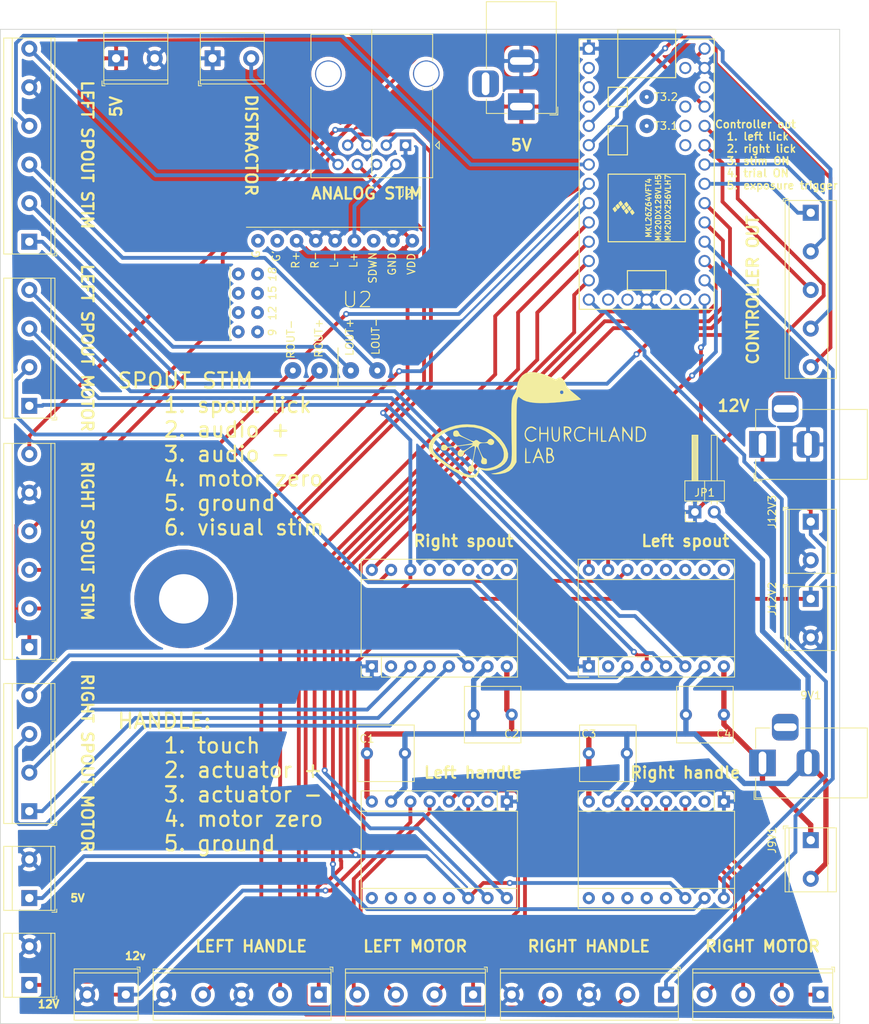
<source format=kicad_pcb>
(kicad_pcb (version 20171130) (host pcbnew 5.1.6)
  (layers (0 F.Cu signal) (31 B.Cu signal) (34 B.Paste user) (35 F.Paste user) (36 B.SilkS user) (37 F.SilkS user) (38 B.Mask user) (39 F.Mask user) (44 Edge.Cuts user))
  (net 0 "")
  (net 1 +12V)
  (net 2 GND)
  (net 3 +5V)
  (net 4 GND1)
  (net 5 +9V)
  (net 6 "Net-(J2-Pad8)")
  (net 7 "Net-(HandleL-ToMotor1-Pad4)")
  (net 8 "Net-(HandleL-ToMotor1-Pad3)")
  (net 9 "Net-(HandleL-ToMotor1-Pad2)")
  (net 10 "Net-(HandleL-ToMotor1-Pad1)")
  (net 11 "Net-(HandleR-ToMotor1-Pad4)")
  (net 12 "Net-(HandleR-ToMotor1-Pad3)")
  (net 13 "Net-(HandleR-ToMotor1-Pad2)")
  (net 14 "Net-(HandleR-ToMotor1-Pad1)")
  (net 15 "Net-(J2-Pad6)")
  (net 16 "Net-(J2-Pad2)")
  (net 17 "Net-(J2-Pad7)")
  (net 18 "Net-(J2-Pad4)")
  (net 19 "Net-(J2-Pad5)")
  (net 20 "Net-(J2-Pad3)")
  (net 21 "Net-(MC-LeverL1-Pad16)")
  (net 22 "Net-(MC-LeverL1-Pad15)")
  (net 23 "Net-(MC-LeverL1-Pad13)")
  (net 24 "Net-(MC-LeverL1-Pad12)")
  (net 25 "Net-(MC-LeverL1-Pad11)")
  (net 26 "Net-(MC-LeverL1-Pad10)")
  (net 27 "Net-(MC-LeverL1-Pad2)")
  (net 28 "Net-(MC-LeverL1-Pad9)")
  (net 29 "Net-(MC-LeverR1-Pad16)")
  (net 30 "Net-(MC-LeverR1-Pad15)")
  (net 31 "Net-(MC-LeverR1-Pad13)")
  (net 32 "Net-(MC-LeverR1-Pad12)")
  (net 33 "Net-(MC-LeverR1-Pad11)")
  (net 34 "Net-(MC-LeverR1-Pad10)")
  (net 35 "Net-(MC-LeverR1-Pad2)")
  (net 36 "Net-(MC-LeverR1-Pad9)")
  (net 37 "Net-(MC-SpoutL1-Pad16)")
  (net 38 "Net-(MC-SpoutL1-Pad15)")
  (net 39 "Net-(MC-SpoutL1-Pad6)")
  (net 40 "Net-(MC-SpoutL1-Pad13)")
  (net 41 "Net-(MC-SpoutL1-Pad5)")
  (net 42 "Net-(MC-SpoutL1-Pad12)")
  (net 43 "Net-(MC-SpoutL1-Pad4)")
  (net 44 "Net-(MC-SpoutL1-Pad11)")
  (net 45 "Net-(MC-SpoutL1-Pad3)")
  (net 46 "Net-(MC-SpoutL1-Pad10)")
  (net 47 "Net-(MC-SpoutL1-Pad2)")
  (net 48 "Net-(MC-SpoutL1-Pad9)")
  (net 49 "Net-(MC-SpoutR1-Pad16)")
  (net 50 "Net-(MC-SpoutR1-Pad15)")
  (net 51 "Net-(MC-SpoutR1-Pad6)")
  (net 52 "Net-(MC-SpoutR1-Pad13)")
  (net 53 "Net-(MC-SpoutR1-Pad5)")
  (net 54 "Net-(MC-SpoutR1-Pad12)")
  (net 55 "Net-(MC-SpoutR1-Pad4)")
  (net 56 "Net-(MC-SpoutR1-Pad11)")
  (net 57 "Net-(MC-SpoutR1-Pad3)")
  (net 58 "Net-(MC-SpoutR1-Pad10)")
  (net 59 "Net-(MC-SpoutR1-Pad2)")
  (net 60 "Net-(MC-SpoutR1-Pad9)")
  (net 61 "Net-(SoundVisionL1-Pad4)")
  (net 62 "Net-(SoundVisionL1-Pad3)")
  (net 63 "Net-(SoundVisionL1-Pad2)")
  (net 64 "Net-(SoundVisionL1-Pad1)")
  (net 65 "Net-(SoundVisionR1-Pad4)")
  (net 66 "Net-(SoundVisionR1-Pad3)")
  (net 67 "Net-(SoundVisionR1-Pad2)")
  (net 68 "Net-(SoundVisionR1-Pad1)")
  (net 69 "Net-(U1-Pad5)")
  (net 70 "Net-(U1-Pad6)")
  (net 71 "Net-(U1-Pad28)")
  (net 72 "Net-(U1-Pad27)")
  (net 73 "Net-(U1-Pad26)")
  (net 74 "Net-(ToHandleL1-Pad4)")
  (net 75 "Net-(ToHandleL1-Pad1)")
  (net 76 "Net-(ToHandleR1-Pad4)")
  (net 77 "Net-(ToHandleR1-Pad1)")
  (net 78 "Net-(U1-Pad2)")
  (net 79 "Net-(U1-Pad3)")
  (net 80 "Net-(U1-Pad4)")
  (net 81 "Net-(U1-Pad37)")
  (net 82 "Net-(U1-Pad36)")
  (net 83 "Net-(U1-Pad35)")
  (net 84 "Net-(U1-Pad34)")
  (net 85 "Net-(U1-Pad31)")
  (net 86 "Net-(U1-Pad15)")
  (net 87 "Net-(U1-Pad16)")
  (net 88 "Net-(U1-Pad19)")
  (net 89 "Net-(U1-Pad18)")
  (net 90 "Net-(U2-Pad9)")
  (net 91 "Net-(U2-Pad8)")
  (net 92 "Net-(U2-Pad3)")
  (module Connector_PinHeader_2.54mm:PinHeader_1x02_P2.54mm_Horizontal (layer F.Cu) (at 124.46 93.98 90)
    (fp_text reference JP1 (at 2.54 1.27 180) (layer F.SilkS))
    (fp_text value "gnd jumper")
    (pad 2 thru_hole oval (at 0 2.54 90) (size 1.7 1.7) (drill 1) (layers *.Cu *.Mask) (net 4 GND1))
    (pad 1 thru_hole rect (at 0 0 90) (size 1.7 1.7) (drill 1) (layers *.Cu *.Mask) (net 2 GND))
  )
  (module teensey:churchland_lab_logo (layer F.Cu) (at 104.14 82.55)
    (fp_text reference G*** hide)
    (fp_text value LOGO hide)
  )
  (module MountingHole:MountingHole_6.5mm (layer F.Cu) (at 137.16 38.1)
    (fp_text reference mount1 hide)
    (fp_text value MountingHole_6.5mm hide)
    (pad 1 np_thru_hole circle (at 0 0) (size 6.5 6.5) (drill 6.5) (layers *.Cu *.Mask))
  )
  (module MountingHole:MountingHole_6.5mm_Pad (layer F.Cu) (at 57.15 105.41)
    (fp_text reference mount2 hide)
    (fp_text value MountingHole_6.5mm_Pad)
    (pad 1 thru_hole circle (at 0 0) (size 13 13) (drill 6.5) (layers *.Cu *.Mask))
  )
  (module spatialsparrow:MAX98306 (layer F.Cu) (at 91.44 55.88 270)
    (fp_text reference U2 (at 10.16 11.43) (layer F.SilkS) (effects (font (size 2 2))))
    (fp_text value MAX98306)
    (fp_text user 9 (at 14.478 22.606 90) (layer F.SilkS))
    (fp_text user 12 (at 11.938 22.606 90) (layer F.SilkS))
    (fp_text user 15 (at 9.271 22.606 90) (layer F.SilkS))
    (fp_text user 18 (at 6.858 22.606 90) (layer F.SilkS) (effects (font (thickness 0.15) italic)))
    (fp_text user ROUT- (at 15.367 20.193 90) (layer F.SilkS))
    (fp_text user ROUT+ (at 15.24 16.51 90) (layer F.SilkS))
    (fp_text user LOUT+ (at 15.113 12.446 90) (layer F.SilkS))
    (fp_text user LOUT- (at 14.986 9.017 90) (layer F.SilkS))
    (fp_text user G (at 4.191 24.765 90) (layer F.SilkS))
    (fp_text user G' (at 4.445 22.098 90) (layer F.SilkS))
    (fp_text user R+ (at 4.953 19.558 90) (layer F.SilkS))
    (fp_text user R- (at 4.953 17.018 90) (layer F.SilkS))
    (fp_text user L- (at 4.953 14.478 90) (layer F.SilkS))
    (fp_text user L+ (at 4.953 11.938 90) (layer F.SilkS))
    (fp_text user SDWN (at 5.969 9.398 90) (layer F.SilkS))
    (fp_text user GND (at 5.461 6.858 90) (layer F.SilkS))
    (fp_text user VDD (at 5.461 4.318 90) (layer F.SilkS))
    (pad 21 thru_hole circle (at 14.4018 27.1018 270) (size 1.6764 1.6764) (drill 0.762) (layers *.Cu *.Mask))
    (pad 20 thru_hole circle (at 14.4018 24.5618 270) (size 1.6764 1.6764) (drill 0.762) (layers *.Cu *.Mask))
    (pad 19 thru_hole circle (at 11.8618 27.1018 270) (size 1.6764 1.6764) (drill 0.762) (layers *.Cu *.Mask))
    (pad 18 thru_hole circle (at 11.8618 24.5618 270) (size 1.6764 1.6764) (drill 0.762) (layers *.Cu *.Mask))
    (pad 17 thru_hole circle (at 9.3218 27.1018 270) (size 1.6764 1.6764) (drill 0.762) (layers *.Cu *.Mask))
    (pad 16 thru_hole circle (at 9.3218 24.5618 270) (size 1.6764 1.6764) (drill 0.762) (layers *.Cu *.Mask))
    (pad 15 thru_hole circle (at 6.7818 27.1018 270) (size 1.6764 1.6764) (drill 0.762) (layers *.Cu *.Mask))
    (pad 14 thru_hole circle (at 6.7818 24.5618 270) (size 1.6764 1.6764) (drill 0.762) (layers *.Cu *.Mask))
    (pad 13 thru_hole circle (at 19.4818 19.9118 270) (size 2.1844 2.1844) (drill 0.762) (layers *.Cu *.Mask) (net 66 "Net-(SoundVisionR1-Pad3)"))
    (pad 12 thru_hole circle (at 19.4818 16.4118 270) (size 2.1844 2.1844) (drill 0.762) (layers *.Cu *.Mask) (net 67 "Net-(SoundVisionR1-Pad2)"))
    (pad 11 thru_hole circle (at 19.4818 12.2918 270) (size 2.1844 2.1844) (drill 0.762) (layers *.Cu *.Mask) (net 63 "Net-(SoundVisionL1-Pad2)"))
    (pad 10 thru_hole circle (at 19.4818 8.79179 270) (size 2.1844 2.1844) (drill 0.762) (layers *.Cu *.Mask) (net 62 "Net-(SoundVisionL1-Pad3)"))
    (pad 9 thru_hole circle (at 2.413 24.511 270) (size 1.778 1.778) (drill 0.762) (layers *.Cu *.Mask) (net 90 "Net-(U2-Pad9)"))
    (pad 8 thru_hole circle (at 2.413 21.971 270) (size 1.778 1.778) (drill 0.762) (layers *.Cu *.Mask) (net 91 "Net-(U2-Pad8)"))
    (pad 7 thru_hole circle (at 2.413 19.431 270) (size 1.778 1.778) (drill 0.762) (layers *.Cu *.Mask) (net 20 "Net-(J2-Pad3)"))
    (pad 6 thru_hole circle (at 2.413 16.891 270) (size 1.778 1.778) (drill 0.762) (layers *.Cu *.Mask) (net 2 GND))
    (pad 5 thru_hole circle (at 2.413 14.351) (size 1.778 1.778) (drill 0.762) (layers *.Cu *.Mask) (net 2 GND))
    (pad 4 thru_hole circle (at 2.413 11.811 270) (size 1.778 1.778) (drill 0.762) (layers *.Cu *.Mask) (net 16 "Net-(J2-Pad2)"))
    (pad 3 thru_hole circle (at 2.413 9.271 270) (size 1.778 1.778) (drill 0.762) (layers *.Cu *.Mask) (net 92 "Net-(U2-Pad3)"))
    (pad 2 thru_hole circle (at 2.413 6.731 270) (size 1.778 1.778) (drill 0.762) (layers *.Cu *.Mask) (net 2 GND))
    (pad 1 thru_hole circle (at 2.413 4.191 270) (size 1.778 1.778) (drill 0.762) (layers *.Cu *.Mask) (net 3 +5V))
  )
  (module teensey:Teensy30_31_32_LC (layer F.Cu) (at 118.11 49.53 270)
    (fp_text reference U1 hide)
    (fp_text value Teensy3.2 hide)
    (fp_text user MK20DX128VLH5 (at 4.445 -1.524 90) (layer F.SilkS) (effects (font (size 0.7 0.7))))
    (fp_text user MKL26Z64VFT4 (at 4.445 -0.254 90) (layer F.SilkS) (effects (font (size 0.7 0.7))))
    (fp_text user MK20DX256VLH7 (at 4.445 -2.794 90) (layer F.SilkS) (effects (font (size 0.7 0.7))))
    (fp_text user T3.1 (at -6.35 -2.54) (layer F.SilkS))
    (fp_text user T3.2 (at -10.16 -2.54) (layer F.SilkS))
    (pad 52 thru_hole circle (at -10.16 0 270) (size 1.9 1.9) (drill 0.5) (layers *.Cu *.Mask))
    (pad 52 thru_hole circle (at -6.35 0 270) (size 1.9 1.9) (drill 0.5) (layers *.Cu *.Mask))
    (pad 1 thru_hole rect (at -16.51 7.62 270) (size 1.6 1.6) (drill 1.1) (layers *.Cu *.Mask) (net 2 GND))
    (pad 2 thru_hole circle (at -13.97 7.62 270) (size 1.6 1.6) (drill 1.1) (layers *.Cu *.Mask) (net 78 "Net-(U1-Pad2)"))
    (pad 3 thru_hole circle (at -11.43 7.62 270) (size 1.6 1.6) (drill 1.1) (layers *.Cu *.Mask) (net 79 "Net-(U1-Pad3)"))
    (pad 4 thru_hole circle (at -8.89 7.62 270) (size 1.6 1.6) (drill 1.1) (layers *.Cu *.Mask) (net 80 "Net-(U1-Pad4)"))
    (pad 5 thru_hole circle (at -6.35 7.62 270) (size 1.6 1.6) (drill 1.1) (layers *.Cu *.Mask) (net 69 "Net-(U1-Pad5)"))
    (pad 6 thru_hole circle (at -3.81 7.62 270) (size 1.6 1.6) (drill 1.1) (layers *.Cu *.Mask) (net 70 "Net-(U1-Pad6)"))
    (pad 7 thru_hole circle (at -1.27 7.62 270) (size 1.6 1.6) (drill 1.1) (layers *.Cu *.Mask) (net 61 "Net-(SoundVisionL1-Pad4)"))
    (pad 8 thru_hole circle (at 1.27 7.62 270) (size 1.6 1.6) (drill 1.1) (layers *.Cu *.Mask) (net 65 "Net-(SoundVisionR1-Pad4)"))
    (pad 9 thru_hole circle (at 3.81 7.62 270) (size 1.6 1.6) (drill 1.1) (layers *.Cu *.Mask) (net 74 "Net-(ToHandleL1-Pad4)"))
    (pad 10 thru_hole circle (at 6.35 7.62 270) (size 1.6 1.6) (drill 1.1) (layers *.Cu *.Mask) (net 76 "Net-(ToHandleR1-Pad4)"))
    (pad 11 thru_hole circle (at 8.89 7.62 270) (size 1.6 1.6) (drill 1.1) (layers *.Cu *.Mask) (net 22 "Net-(MC-LeverL1-Pad15)"))
    (pad 12 thru_hole circle (at 11.43 7.62 270) (size 1.6 1.6) (drill 1.1) (layers *.Cu *.Mask) (net 21 "Net-(MC-LeverL1-Pad16)"))
    (pad 13 thru_hole circle (at 13.97 7.62 270) (size 1.6 1.6) (drill 1.1) (layers *.Cu *.Mask) (net 30 "Net-(MC-LeverR1-Pad15)"))
    (pad 37 thru_hole circle (at -3.81 -5.08 270) (size 1.6 1.6) (drill 1.1) (layers *.Cu *.Mask) (net 81 "Net-(U1-Pad37)"))
    (pad 36 thru_hole circle (at -6.35 -5.08 270) (size 1.6 1.6) (drill 1.1) (layers *.Cu *.Mask) (net 82 "Net-(U1-Pad36)"))
    (pad 35 thru_hole circle (at -8.89 -5.08 270) (size 1.6 1.6) (drill 1.1) (layers *.Cu *.Mask) (net 83 "Net-(U1-Pad35)"))
    (pad 34 thru_hole circle (at -13.97 -5.08 270) (size 1.6 1.6) (drill 1.1) (layers *.Cu *.Mask) (net 84 "Net-(U1-Pad34)"))
    (pad 33 thru_hole circle (at -16.51 -7.62 270) (size 1.6 1.6) (drill 1.1) (layers *.Cu *.Mask) (net 3 +5V))
    (pad 32 thru_hole circle (at -13.97 -7.62 270) (size 1.6 1.6) (drill 1.1) (layers *.Cu *.Mask) (net 2 GND))
    (pad 31 thru_hole circle (at -11.43 -7.62 270) (size 1.6 1.6) (drill 1.1) (layers *.Cu *.Mask) (net 85 "Net-(U1-Pad31)"))
    (pad 30 thru_hole circle (at -8.89 -7.62 270) (size 1.6 1.6) (drill 1.1) (layers *.Cu *.Mask) (net 68 "Net-(SoundVisionR1-Pad1)"))
    (pad 29 thru_hole circle (at -6.35 -7.62 270) (size 1.6 1.6) (drill 1.1) (layers *.Cu *.Mask) (net 64 "Net-(SoundVisionL1-Pad1)"))
    (pad 28 thru_hole circle (at -3.81 -7.62 270) (size 1.6 1.6) (drill 1.1) (layers *.Cu *.Mask) (net 71 "Net-(U1-Pad28)"))
    (pad 27 thru_hole circle (at -1.27 -7.62 270) (size 1.6 1.6) (drill 1.1) (layers *.Cu *.Mask) (net 72 "Net-(U1-Pad27)"))
    (pad 26 thru_hole circle (at 1.27 -7.62 270) (size 1.6 1.6) (drill 1.1) (layers *.Cu *.Mask) (net 73 "Net-(U1-Pad26)"))
    (pad 25 thru_hole circle (at 3.81 -7.62 270) (size 1.6 1.6) (drill 1.1) (layers *.Cu *.Mask) (net 49 "Net-(MC-SpoutR1-Pad16)"))
    (pad 24 thru_hole circle (at 6.35 -7.62 270) (size 1.6 1.6) (drill 1.1) (layers *.Cu *.Mask) (net 50 "Net-(MC-SpoutR1-Pad15)"))
    (pad 23 thru_hole circle (at 8.89 -7.62 270) (size 1.6 1.6) (drill 1.1) (layers *.Cu *.Mask) (net 77 "Net-(ToHandleR1-Pad1)"))
    (pad 22 thru_hole circle (at 11.43 -7.62 270) (size 1.6 1.6) (drill 1.1) (layers *.Cu *.Mask) (net 75 "Net-(ToHandleL1-Pad1)"))
    (pad 21 thru_hole circle (at 13.97 -7.62 270) (size 1.6 1.6) (drill 1.1) (layers *.Cu *.Mask) (net 37 "Net-(MC-SpoutL1-Pad16)"))
    (pad 14 thru_hole circle (at 16.51 7.62 270) (size 1.6 1.6) (drill 1.1) (layers *.Cu *.Mask) (net 29 "Net-(MC-LeverR1-Pad16)"))
    (pad 15 thru_hole circle (at 16.51 5.08 270) (size 1.6 1.6) (drill 1.1) (layers *.Cu *.Mask) (net 86 "Net-(U1-Pad15)"))
    (pad 16 thru_hole circle (at 16.51 2.54 270) (size 1.6 1.6) (drill 1.1) (layers *.Cu *.Mask) (net 87 "Net-(U1-Pad16)"))
    (pad 20 thru_hole circle (at 16.51 -7.62 270) (size 1.6 1.6) (drill 1.1) (layers *.Cu *.Mask) (net 38 "Net-(MC-SpoutL1-Pad15)"))
    (pad 19 thru_hole circle (at 16.51 -5.08 270) (size 1.6 1.6) (drill 1.1) (layers *.Cu *.Mask) (net 88 "Net-(U1-Pad19)"))
    (pad 18 thru_hole circle (at 16.51 -2.54 270) (size 1.6 1.6) (drill 1.1) (layers *.Cu *.Mask) (net 89 "Net-(U1-Pad18)"))
    (pad 17 thru_hole circle (at 16.51 0 270) (size 1.6 1.6) (drill 1.1) (layers *.Cu *.Mask) (net 2 GND))
  )
  (module teensey:TerminalBlock_TE_282825-5_1x05_P5.08mm_Horizontal (layer F.Cu) (at 120.65 157.48 180)
    (fp_text reference ToHandleR1 hide)
    (fp_text value Screw_Terminal_01x05)
    (pad 5 thru_hole circle (at 20.32 0 180) (size 2.1 2.1) (drill 1.1) (layers *.Cu *.Mask) (net 2 GND))
    (pad 4 thru_hole circle (at 15.24 0 180) (size 2.1 2.1) (drill 1.1) (layers *.Cu *.Mask) (net 76 "Net-(ToHandleR1-Pad4)"))
    (pad 3 thru_hole circle (at 10.16 0 180) (size 2.1 2.1) (drill 1.1) (layers *.Cu *.Mask) (net 2 GND))
    (pad 2 thru_hole circle (at 5.08 0 180) (size 2.1 2.1) (drill 1.1) (layers *.Cu *.Mask) (net 17 "Net-(J2-Pad7)"))
    (pad 1 thru_hole rect (at 0 0 180) (size 2.1 2.1) (drill 1.1) (layers *.Cu *.Mask) (net 77 "Net-(ToHandleR1-Pad1)"))
  )
  (module teensey:TerminalBlock_TE_282825-5_1x05_P5.08mm_Horizontal (layer F.Cu) (at 74.93 157.48 180)
    (fp_text reference ToHandleL1 hide)
    (fp_text value Screw_Terminal_01x05)
    (pad 5 thru_hole circle (at 20.32 0 180) (size 2.1 2.1) (drill 1.1) (layers *.Cu *.Mask) (net 2 GND))
    (pad 4 thru_hole circle (at 15.24 0 180) (size 2.1 2.1) (drill 1.1) (layers *.Cu *.Mask) (net 74 "Net-(ToHandleL1-Pad4)"))
    (pad 3 thru_hole circle (at 10.16 0 180) (size 2.1 2.1) (drill 1.1) (layers *.Cu *.Mask) (net 2 GND))
    (pad 2 thru_hole circle (at 5.08 0 180) (size 2.1 2.1) (drill 1.1) (layers *.Cu *.Mask) (net 15 "Net-(J2-Pad6)"))
    (pad 1 thru_hole rect (at 0 0 180) (size 2.1 2.1) (drill 1.1) (layers *.Cu *.Mask) (net 75 "Net-(ToHandleL1-Pad1)"))
  )
  (module teensey:TerminalBlock_TE_282825-5_1x05_P5.08mm_Horizontal (layer F.Cu) (at 139.7 54.61 270)
    (fp_text reference sync_trigger_out1 hide)
    (fp_text value Screw_Terminal_01x05)
    (pad 5 thru_hole circle (at 20.32 0 270) (size 2.1 2.1) (drill 1.1) (layers *.Cu *.Mask) (net 69 "Net-(U1-Pad5)"))
    (pad 4 thru_hole circle (at 15.24 0 270) (size 2.1 2.1) (drill 1.1) (layers *.Cu *.Mask) (net 70 "Net-(U1-Pad6)"))
    (pad 3 thru_hole circle (at 10.16 0 270) (size 2.1 2.1) (drill 1.1) (layers *.Cu *.Mask) (net 71 "Net-(U1-Pad28)"))
    (pad 2 thru_hole circle (at 5.08 0 270) (size 2.1 2.1) (drill 1.1) (layers *.Cu *.Mask) (net 72 "Net-(U1-Pad27)"))
    (pad 1 thru_hole rect (at 0 0 270) (size 2.1 2.1) (drill 1.1) (layers *.Cu *.Mask) (net 73 "Net-(U1-Pad26)"))
  )
  (module teensey:TerminalBlock_TE_282825-4_1x04_P5.08mm_Horizontal (layer F.Cu) (at 36.83 133.35 90)
    (fp_text reference SpoutR-ToMotor1 hide)
    (fp_text value Screw_Terminal_01x04)
    (pad 4 thru_hole circle (at 15.24 0 90) (size 2.1 2.1) (drill 1.1) (layers *.Cu *.Mask) (net 51 "Net-(MC-SpoutR1-Pad6)"))
    (pad 3 thru_hole circle (at 10.16 0 90) (size 2.1 2.1) (drill 1.1) (layers *.Cu *.Mask) (net 53 "Net-(MC-SpoutR1-Pad5)"))
    (pad 2 thru_hole circle (at 5.08 0 90) (size 2.1 2.1) (drill 1.1) (layers *.Cu *.Mask) (net 57 "Net-(MC-SpoutR1-Pad3)"))
    (pad 1 thru_hole rect (at 0 0 90) (size 2.1 2.1) (drill 1.1) (layers *.Cu *.Mask) (net 55 "Net-(MC-SpoutR1-Pad4)"))
  )
  (module teensey:TerminalBlock_TE_282825-4_1x04_P5.08mm_Horizontal (layer F.Cu) (at 36.83 80.01 90)
    (fp_text reference SpoutL-ToMotor1 hide)
    (fp_text value Screw_Terminal_01x04)
    (pad 4 thru_hole circle (at 15.24 0 90) (size 2.1 2.1) (drill 1.1) (layers *.Cu *.Mask) (net 39 "Net-(MC-SpoutL1-Pad6)"))
    (pad 3 thru_hole circle (at 10.16 0 90) (size 2.1 2.1) (drill 1.1) (layers *.Cu *.Mask) (net 41 "Net-(MC-SpoutL1-Pad5)"))
    (pad 2 thru_hole circle (at 5.08 0 90) (size 2.1 2.1) (drill 1.1) (layers *.Cu *.Mask) (net 45 "Net-(MC-SpoutL1-Pad3)"))
    (pad 1 thru_hole rect (at 0 0 90) (size 2.1 2.1) (drill 1.1) (layers *.Cu *.Mask) (net 43 "Net-(MC-SpoutL1-Pad4)"))
  )
  (module teensey:TerminalBlock_TE_282825-6_1x06_P5.08mm_Horizontal (layer F.Cu) (at 36.83 111.76 90)
    (fp_text reference SoundVisionR1 hide)
    (fp_text value Screw_Terminal_01x06)
    (pad 6 thru_hole circle (at 25.4 0 90) (size 2.1 2.1) (drill 1.1) (layers *.Cu *.Mask) (net 19 "Net-(J2-Pad5)"))
    (pad 5 thru_hole circle (at 20.32 0 90) (size 2.1 2.1) (drill 1.1) (layers *.Cu *.Mask) (net 2 GND))
    (pad 4 thru_hole circle (at 15.24 0 90) (size 2.1 2.1) (drill 1.1) (layers *.Cu *.Mask) (net 65 "Net-(SoundVisionR1-Pad4)"))
    (pad 3 thru_hole circle (at 10.16 0 90) (size 2.1 2.1) (drill 1.1) (layers *.Cu *.Mask) (net 66 "Net-(SoundVisionR1-Pad3)"))
    (pad 2 thru_hole circle (at 5.08 0 90) (size 2.1 2.1) (drill 1.1) (layers *.Cu *.Mask) (net 67 "Net-(SoundVisionR1-Pad2)"))
    (pad 1 thru_hole rect (at 0 0 90) (size 2.1 2.1) (drill 1.1) (layers *.Cu *.Mask) (net 68 "Net-(SoundVisionR1-Pad1)"))
  )
  (module teensey:TerminalBlock_TE_282825-6_1x06_P5.08mm_Horizontal (layer F.Cu) (at 36.83 58.42 90)
    (fp_text reference SoundVisionL1 hide)
    (fp_text value Screw_Terminal_01x06)
    (pad 6 thru_hole circle (at 25.4 0 90) (size 2.1 2.1) (drill 1.1) (layers *.Cu *.Mask) (net 18 "Net-(J2-Pad4)"))
    (pad 5 thru_hole circle (at 20.32 0 90) (size 2.1 2.1) (drill 1.1) (layers *.Cu *.Mask) (net 2 GND))
    (pad 4 thru_hole circle (at 15.24 0 90) (size 2.1 2.1) (drill 1.1) (layers *.Cu *.Mask) (net 61 "Net-(SoundVisionL1-Pad4)"))
    (pad 3 thru_hole circle (at 10.16 0 90) (size 2.1 2.1) (drill 1.1) (layers *.Cu *.Mask) (net 62 "Net-(SoundVisionL1-Pad3)"))
    (pad 2 thru_hole circle (at 5.08 0 90) (size 2.1 2.1) (drill 1.1) (layers *.Cu *.Mask) (net 63 "Net-(SoundVisionL1-Pad2)"))
    (pad 1 thru_hole rect (at 0 0 90) (size 2.1 2.1) (drill 1.1) (layers *.Cu *.Mask) (net 64 "Net-(SoundVisionL1-Pad1)"))
  )
  (module Module:Pololu_Breakout-16_15.2x20.3mm (layer F.Cu) (at 81.915 114.3 90)
    (fp_text reference MC-SpoutR1 hide)
    (fp_text value Pololu_Breakout_DRV8825)
    (pad 16 thru_hole oval (at 12.7 0 90) (size 1.6 1.6) (drill 0.8) (layers *.Cu *.Mask) (net 49 "Net-(MC-SpoutR1-Pad16)"))
    (pad 8 thru_hole oval (at 0 17.78 90) (size 1.6 1.6) (drill 0.8) (layers *.Cu *.Mask) (net 5 +9V))
    (pad 15 thru_hole oval (at 12.7 2.54 90) (size 1.6 1.6) (drill 0.8) (layers *.Cu *.Mask) (net 50 "Net-(MC-SpoutR1-Pad15)"))
    (pad 7 thru_hole oval (at 0 15.24 90) (size 1.6 1.6) (drill 0.8) (layers *.Cu *.Mask) (net 4 GND1))
    (pad 14 thru_hole oval (at 12.7 5.08 90) (size 1.6 1.6) (drill 0.8) (layers *.Cu *.Mask) (net 3 +5V))
    (pad 6 thru_hole oval (at 0 12.7 90) (size 1.6 1.6) (drill 0.8) (layers *.Cu *.Mask) (net 51 "Net-(MC-SpoutR1-Pad6)"))
    (pad 13 thru_hole oval (at 12.7 7.62 90) (size 1.6 1.6) (drill 0.8) (layers *.Cu *.Mask) (net 52 "Net-(MC-SpoutR1-Pad13)"))
    (pad 5 thru_hole oval (at 0 10.16 90) (size 1.6 1.6) (drill 0.8) (layers *.Cu *.Mask) (net 53 "Net-(MC-SpoutR1-Pad5)"))
    (pad 12 thru_hole oval (at 12.7 10.16 90) (size 1.6 1.6) (drill 0.8) (layers *.Cu *.Mask) (net 54 "Net-(MC-SpoutR1-Pad12)"))
    (pad 4 thru_hole oval (at 0 7.62 90) (size 1.6 1.6) (drill 0.8) (layers *.Cu *.Mask) (net 55 "Net-(MC-SpoutR1-Pad4)"))
    (pad 11 thru_hole oval (at 12.7 12.7 90) (size 1.6 1.6) (drill 0.8) (layers *.Cu *.Mask) (net 56 "Net-(MC-SpoutR1-Pad11)"))
    (pad 3 thru_hole oval (at 0 5.08 90) (size 1.6 1.6) (drill 0.8) (layers *.Cu *.Mask) (net 57 "Net-(MC-SpoutR1-Pad3)"))
    (pad 10 thru_hole oval (at 12.7 15.24 90) (size 1.6 1.6) (drill 0.8) (layers *.Cu *.Mask) (net 58 "Net-(MC-SpoutR1-Pad10)"))
    (pad 2 thru_hole oval (at 0 2.54 90) (size 1.6 1.6) (drill 0.8) (layers *.Cu *.Mask) (net 59 "Net-(MC-SpoutR1-Pad2)"))
    (pad 9 thru_hole oval (at 12.7 17.78 90) (size 1.6 1.6) (drill 0.8) (layers *.Cu *.Mask) (net 60 "Net-(MC-SpoutR1-Pad9)"))
    (pad 1 thru_hole rect (at 0 0 90) (size 1.6 1.6) (drill 0.8) (layers *.Cu *.Mask) (net 2 GND))
  )
  (module Module:Pololu_Breakout-16_15.2x20.3mm (layer F.Cu) (at 110.49 114.3 90)
    (fp_text reference MC-SpoutL1 hide)
    (fp_text value Pololu_Breakout_DRV8825)
    (pad 16 thru_hole oval (at 12.7 0 90) (size 1.6 1.6) (drill 0.8) (layers *.Cu *.Mask) (net 37 "Net-(MC-SpoutL1-Pad16)"))
    (pad 8 thru_hole oval (at 0 17.78 90) (size 1.6 1.6) (drill 0.8) (layers *.Cu *.Mask) (net 5 +9V))
    (pad 15 thru_hole oval (at 12.7 2.54 90) (size 1.6 1.6) (drill 0.8) (layers *.Cu *.Mask) (net 38 "Net-(MC-SpoutL1-Pad15)"))
    (pad 7 thru_hole oval (at 0 15.24 90) (size 1.6 1.6) (drill 0.8) (layers *.Cu *.Mask) (net 4 GND1))
    (pad 14 thru_hole oval (at 12.7 5.08 90) (size 1.6 1.6) (drill 0.8) (layers *.Cu *.Mask) (net 3 +5V))
    (pad 6 thru_hole oval (at 0 12.7 90) (size 1.6 1.6) (drill 0.8) (layers *.Cu *.Mask) (net 39 "Net-(MC-SpoutL1-Pad6)"))
    (pad 13 thru_hole oval (at 12.7 7.62 90) (size 1.6 1.6) (drill 0.8) (layers *.Cu *.Mask) (net 40 "Net-(MC-SpoutL1-Pad13)"))
    (pad 5 thru_hole oval (at 0 10.16 90) (size 1.6 1.6) (drill 0.8) (layers *.Cu *.Mask) (net 41 "Net-(MC-SpoutL1-Pad5)"))
    (pad 12 thru_hole oval (at 12.7 10.16 90) (size 1.6 1.6) (drill 0.8) (layers *.Cu *.Mask) (net 42 "Net-(MC-SpoutL1-Pad12)"))
    (pad 4 thru_hole oval (at 0 7.62 90) (size 1.6 1.6) (drill 0.8) (layers *.Cu *.Mask) (net 43 "Net-(MC-SpoutL1-Pad4)"))
    (pad 11 thru_hole oval (at 12.7 12.7 90) (size 1.6 1.6) (drill 0.8) (layers *.Cu *.Mask) (net 44 "Net-(MC-SpoutL1-Pad11)"))
    (pad 3 thru_hole oval (at 0 5.08 90) (size 1.6 1.6) (drill 0.8) (layers *.Cu *.Mask) (net 45 "Net-(MC-SpoutL1-Pad3)"))
    (pad 10 thru_hole oval (at 12.7 15.24 90) (size 1.6 1.6) (drill 0.8) (layers *.Cu *.Mask) (net 46 "Net-(MC-SpoutL1-Pad10)"))
    (pad 2 thru_hole oval (at 0 2.54 90) (size 1.6 1.6) (drill 0.8) (layers *.Cu *.Mask) (net 47 "Net-(MC-SpoutL1-Pad2)"))
    (pad 9 thru_hole oval (at 12.7 17.78 90) (size 1.6 1.6) (drill 0.8) (layers *.Cu *.Mask) (net 48 "Net-(MC-SpoutL1-Pad9)"))
    (pad 1 thru_hole rect (at 0 0 90) (size 1.6 1.6) (drill 0.8) (layers *.Cu *.Mask) (net 2 GND))
  )
  (module Module:Pololu_Breakout-16_15.2x20.3mm (layer F.Cu) (at 128.27 132.08 270)
    (fp_text reference MC-LeverR1 hide)
    (fp_text value Pololu_Breakout_DRV8825)
    (pad 16 thru_hole oval (at 12.7 0 270) (size 1.6 1.6) (drill 0.8) (layers *.Cu *.Mask) (net 29 "Net-(MC-LeverR1-Pad16)"))
    (pad 8 thru_hole oval (at 0 17.78 270) (size 1.6 1.6) (drill 0.8) (layers *.Cu *.Mask) (net 5 +9V))
    (pad 15 thru_hole oval (at 12.7 2.54 270) (size 1.6 1.6) (drill 0.8) (layers *.Cu *.Mask) (net 30 "Net-(MC-LeverR1-Pad15)"))
    (pad 7 thru_hole oval (at 0 15.24 270) (size 1.6 1.6) (drill 0.8) (layers *.Cu *.Mask) (net 4 GND1))
    (pad 14 thru_hole oval (at 12.7 5.08 270) (size 1.6 1.6) (drill 0.8) (layers *.Cu *.Mask) (net 3 +5V))
    (pad 6 thru_hole oval (at 0 12.7 270) (size 1.6 1.6) (drill 0.8) (layers *.Cu *.Mask) (net 11 "Net-(HandleR-ToMotor1-Pad4)"))
    (pad 13 thru_hole oval (at 12.7 7.62 270) (size 1.6 1.6) (drill 0.8) (layers *.Cu *.Mask) (net 31 "Net-(MC-LeverR1-Pad13)"))
    (pad 5 thru_hole oval (at 0 10.16 270) (size 1.6 1.6) (drill 0.8) (layers *.Cu *.Mask) (net 12 "Net-(HandleR-ToMotor1-Pad3)"))
    (pad 12 thru_hole oval (at 12.7 10.16 270) (size 1.6 1.6) (drill 0.8) (layers *.Cu *.Mask) (net 32 "Net-(MC-LeverR1-Pad12)"))
    (pad 4 thru_hole oval (at 0 7.62 270) (size 1.6 1.6) (drill 0.8) (layers *.Cu *.Mask) (net 14 "Net-(HandleR-ToMotor1-Pad1)"))
    (pad 11 thru_hole oval (at 12.7 12.7 270) (size 1.6 1.6) (drill 0.8) (layers *.Cu *.Mask) (net 33 "Net-(MC-LeverR1-Pad11)"))
    (pad 3 thru_hole oval (at 0 5.08 270) (size 1.6 1.6) (drill 0.8) (layers *.Cu *.Mask) (net 13 "Net-(HandleR-ToMotor1-Pad2)"))
    (pad 10 thru_hole oval (at 12.7 15.24 270) (size 1.6 1.6) (drill 0.8) (layers *.Cu *.Mask) (net 34 "Net-(MC-LeverR1-Pad10)"))
    (pad 2 thru_hole oval (at 0 2.54 270) (size 1.6 1.6) (drill 0.8) (layers *.Cu *.Mask) (net 35 "Net-(MC-LeverR1-Pad2)"))
    (pad 9 thru_hole oval (at 12.7 17.78 270) (size 1.6 1.6) (drill 0.8) (layers *.Cu *.Mask) (net 36 "Net-(MC-LeverR1-Pad9)"))
    (pad 1 thru_hole rect (at 0 0 270) (size 1.6 1.6) (drill 0.8) (layers *.Cu *.Mask) (net 2 GND))
  )
  (module Module:Pololu_Breakout-16_15.2x20.3mm (layer F.Cu) (at 99.695 132.08 270)
    (fp_text reference MC-LeverL1 hide)
    (fp_text value Pololu_Breakout_DRV8825)
    (pad 16 thru_hole oval (at 12.7 0 270) (size 1.6 1.6) (drill 0.8) (layers *.Cu *.Mask) (net 21 "Net-(MC-LeverL1-Pad16)"))
    (pad 8 thru_hole oval (at 0 17.78 270) (size 1.6 1.6) (drill 0.8) (layers *.Cu *.Mask) (net 5 +9V))
    (pad 15 thru_hole oval (at 12.7 2.54 270) (size 1.6 1.6) (drill 0.8) (layers *.Cu *.Mask) (net 22 "Net-(MC-LeverL1-Pad15)"))
    (pad 7 thru_hole oval (at 0 15.24 270) (size 1.6 1.6) (drill 0.8) (layers *.Cu *.Mask) (net 4 GND1))
    (pad 14 thru_hole oval (at 12.7 5.08 270) (size 1.6 1.6) (drill 0.8) (layers *.Cu *.Mask) (net 3 +5V))
    (pad 6 thru_hole oval (at 0 12.7 270) (size 1.6 1.6) (drill 0.8) (layers *.Cu *.Mask) (net 7 "Net-(HandleL-ToMotor1-Pad4)"))
    (pad 13 thru_hole oval (at 12.7 7.62 270) (size 1.6 1.6) (drill 0.8) (layers *.Cu *.Mask) (net 23 "Net-(MC-LeverL1-Pad13)"))
    (pad 5 thru_hole oval (at 0 10.16 270) (size 1.6 1.6) (drill 0.8) (layers *.Cu *.Mask) (net 8 "Net-(HandleL-ToMotor1-Pad3)"))
    (pad 12 thru_hole oval (at 12.7 10.16 270) (size 1.6 1.6) (drill 0.8) (layers *.Cu *.Mask) (net 24 "Net-(MC-LeverL1-Pad12)"))
    (pad 4 thru_hole oval (at 0 7.62 270) (size 1.6 1.6) (drill 0.8) (layers *.Cu *.Mask) (net 10 "Net-(HandleL-ToMotor1-Pad1)"))
    (pad 11 thru_hole oval (at 12.7 12.7 270) (size 1.6 1.6) (drill 0.8) (layers *.Cu *.Mask) (net 25 "Net-(MC-LeverL1-Pad11)"))
    (pad 3 thru_hole oval (at 0 5.08 270) (size 1.6 1.6) (drill 0.8) (layers *.Cu *.Mask) (net 9 "Net-(HandleL-ToMotor1-Pad2)"))
    (pad 10 thru_hole oval (at 12.7 15.24 270) (size 1.6 1.6) (drill 0.8) (layers *.Cu *.Mask) (net 26 "Net-(MC-LeverL1-Pad10)"))
    (pad 2 thru_hole oval (at 0 2.54 270) (size 1.6 1.6) (drill 0.8) (layers *.Cu *.Mask) (net 27 "Net-(MC-LeverL1-Pad2)"))
    (pad 9 thru_hole oval (at 12.7 17.78 270) (size 1.6 1.6) (drill 0.8) (layers *.Cu *.Mask) (net 28 "Net-(MC-LeverL1-Pad9)"))
    (pad 1 thru_hole rect (at 0 0 270) (size 1.6 1.6) (drill 0.8) (layers *.Cu *.Mask) (net 2 GND))
  )
  (module teensey:TerminalBlock_TE_282825-2_1x02_P5.08mm_Horizontal (layer F.Cu) (at 139.7 137.16 270)
    (fp_text reference J9V1 (at 0 5.08 90) (layer F.SilkS))
    (fp_text value Screw_Terminal_01x02)
    (pad 2 thru_hole circle (at 5.08 0 270) (size 2.1 2.1) (drill 1.1) (layers *.Cu *.Mask) (net 4 GND1))
    (pad 1 thru_hole rect (at 0 0 270) (size 2.1 2.1) (drill 1.1) (layers *.Cu *.Mask) (net 5 +9V))
  )
  (module teensey:TerminalBlock_TE_282825-2_1x02_P5.08mm_Horizontal (layer F.Cu) (at 36.83 144.78 90)
    (fp_text reference J5V2 hide)
    (fp_text value Screw_Terminal_01x02)
    (pad 2 thru_hole circle (at 5.08 0 90) (size 2.1 2.1) (drill 1.1) (layers *.Cu *.Mask) (net 2 GND))
    (pad 1 thru_hole rect (at 0 0 90) (size 2.1 2.1) (drill 1.1) (layers *.Cu *.Mask) (net 3 +5V))
  )
  (module teensey:TerminalBlock_TE_282825-2_1x02_P5.08mm_Horizontal (layer F.Cu) (at 48.26 34.29)
    (fp_text reference J5V1 hide)
    (fp_text value Screw_Terminal_01x02)
    (pad 2 thru_hole circle (at 5.08 0) (size 2.1 2.1) (drill 1.1) (layers *.Cu *.Mask) (net 2 GND))
    (pad 1 thru_hole rect (at 0 0) (size 2.1 2.1) (drill 1.1) (layers *.Cu *.Mask) (net 3 +5V))
  )
  (module teensey:TerminalBlock_TE_282825-2_1x02_P5.08mm_Horizontal (layer F.Cu) (at 36.83 156.21 90)
    (fp_text reference J12V4 hide)
    (fp_text value Screw_Terminal_01x02)
    (pad 2 thru_hole circle (at 5.08 0 90) (size 2.1 2.1) (drill 1.1) (layers *.Cu *.Mask) (net 2 GND))
    (pad 1 thru_hole rect (at 0 0 90) (size 2.1 2.1) (drill 1.1) (layers *.Cu *.Mask) (net 1 +12V))
  )
  (module teensey:TerminalBlock_TE_282825-2_1x02_P5.08mm_Horizontal (layer F.Cu) (at 139.7 95.25 270)
    (fp_text reference J12V3 (at -1.27 5.08 90) (layer F.SilkS))
    (fp_text value Screw_Terminal_01x02)
    (pad 2 thru_hole circle (at 5.08 0 270) (size 2.1 2.1) (drill 1.1) (layers *.Cu *.Mask) (net 2 GND))
    (pad 1 thru_hole rect (at 0 0 270) (size 2.1 2.1) (drill 1.1) (layers *.Cu *.Mask) (net 1 +12V))
  )
  (module teensey:TerminalBlock_TE_282825-2_1x02_P5.08mm_Horizontal (layer F.Cu) (at 139.7 105.41 270)
    (fp_text reference J12V2 (at 0 5.08 90) (layer F.SilkS))
    (fp_text value Screw_Terminal_01x02)
    (pad 2 thru_hole circle (at 5.08 0 270) (size 2.1 2.1) (drill 1.1) (layers *.Cu *.Mask) (net 2 GND))
    (pad 1 thru_hole rect (at 0 0 270) (size 2.1 2.1) (drill 1.1) (layers *.Cu *.Mask) (net 1 +12V))
  )
  (module teensey:TerminalBlock_TE_282825-2_1x02_P5.08mm_Horizontal (layer F.Cu) (at 49.53 157.48 180)
    (fp_text reference J12V1 hide)
    (fp_text value Screw_Terminal_01x02)
    (pad 2 thru_hole circle (at 5.08 0 180) (size 2.1 2.1) (drill 1.1) (layers *.Cu *.Mask) (net 2 GND))
    (pad 1 thru_hole rect (at 0 0 180) (size 2.1 2.1) (drill 1.1) (layers *.Cu *.Mask) (net 1 +12V))
  )
  (module teensey:RJ45_sparkfun (layer F.Cu) (at 86.36 45.72 180)
    (fp_text reference J2 (at 0 -6.35) (layer F.SilkS))
    (fp_text value RJ45)
    (pad 6 thru_hole circle (at 6.35 -2.54) (size 1.5 1.5) (drill 0.9) (layers *.Cu *.Mask) (net 15 "Net-(J2-Pad6)"))
    (pad 8 thru_hole circle (at 8.89 -2.54) (size 1.5 1.5) (drill 0.9) (layers *.Cu *.Mask) (net 6 "Net-(J2-Pad8)"))
    (pad SH thru_hole circle (at -2.73 9.4 180) (size 3.5 3.5) (drill 3.2) (layers *.Cu *.Mask))
    (pad 2 thru_hole circle (at 1.27 -2.54) (size 1.5 1.5) (drill 0.9) (layers *.Cu *.Mask) (net 16 "Net-(J2-Pad2)"))
    (pad 1 thru_hole rect (at 0 0) (size 1.5 1.5) (drill 0.9) (layers *.Cu *.Mask) (net 2 GND))
    (pad 7 thru_hole circle (at 7.62 0) (size 1.5 1.5) (drill 0.9) (layers *.Cu *.Mask) (net 17 "Net-(J2-Pad7)"))
    (pad 4 thru_hole circle (at 3.81 -2.54) (size 1.5 1.5) (drill 0.9) (layers *.Cu *.Mask) (net 18 "Net-(J2-Pad4)"))
    (pad 5 thru_hole circle (at 5.08 0) (size 1.5 1.5) (drill 0.9) (layers *.Cu *.Mask) (net 19 "Net-(J2-Pad5)"))
    (pad 3 thru_hole circle (at 2.54 0) (size 1.5 1.5) (drill 0.9) (layers *.Cu *.Mask) (net 20 "Net-(J2-Pad3)"))
    (pad SH thru_hole circle (at 10.16 9.4) (size 3.5 3.5) (drill 3.2) (layers *.Cu *.Mask))
  )
  (module teensey:TerminalBlock_TE_282825-4_1x04_P5.08mm_Horizontal (layer F.Cu) (at 140.97 157.48 180)
    (fp_text reference HandleR-ToMotor1 hide)
    (fp_text value Screw_Terminal_01x04)
    (pad 4 thru_hole circle (at 15.24 0 180) (size 2.1 2.1) (drill 1.1) (layers *.Cu *.Mask) (net 11 "Net-(HandleR-ToMotor1-Pad4)"))
    (pad 3 thru_hole circle (at 10.16 0 180) (size 2.1 2.1) (drill 1.1) (layers *.Cu *.Mask) (net 12 "Net-(HandleR-ToMotor1-Pad3)"))
    (pad 2 thru_hole circle (at 5.08 0 180) (size 2.1 2.1) (drill 1.1) (layers *.Cu *.Mask) (net 13 "Net-(HandleR-ToMotor1-Pad2)"))
    (pad 1 thru_hole rect (at 0 0 180) (size 2.1 2.1) (drill 1.1) (layers *.Cu *.Mask) (net 14 "Net-(HandleR-ToMotor1-Pad1)"))
  )
  (module teensey:TerminalBlock_TE_282825-4_1x04_P5.08mm_Horizontal (layer F.Cu) (at 95.25 157.48 180)
    (fp_text reference HandleL-ToMotor1 hide)
    (fp_text value Screw_Terminal_01x04)
    (pad 4 thru_hole circle (at 15.24 0 180) (size 2.1 2.1) (drill 1.1) (layers *.Cu *.Mask) (net 7 "Net-(HandleL-ToMotor1-Pad4)"))
    (pad 3 thru_hole circle (at 10.16 0 180) (size 2.1 2.1) (drill 1.1) (layers *.Cu *.Mask) (net 8 "Net-(HandleL-ToMotor1-Pad3)"))
    (pad 2 thru_hole circle (at 5.08 0 180) (size 2.1 2.1) (drill 1.1) (layers *.Cu *.Mask) (net 9 "Net-(HandleL-ToMotor1-Pad2)"))
    (pad 1 thru_hole rect (at 0 0 180) (size 2.1 2.1) (drill 1.1) (layers *.Cu *.Mask) (net 10 "Net-(HandleL-ToMotor1-Pad1)"))
  )
  (module teensey:TerminalBlock_TE_282825-2_1x02_P5.08mm_Horizontal (layer F.Cu) (at 60.96 34.29)
    (fp_text reference distractor1 hide)
    (fp_text value Screw_Terminal_01x02)
    (pad 2 thru_hole circle (at 5.08 0) (size 2.1 2.1) (drill 1.1) (layers *.Cu *.Mask) (net 6 "Net-(J2-Pad8)"))
    (pad 1 thru_hole rect (at 0 0) (size 2.1 2.1) (drill 1.1) (layers *.Cu *.Mask) (net 2 GND))
  )
  (module Capacitor_THT:C_Rect_L7.2mm_W7.2mm_P5.00mm_FKS2_FKP2_MKS2_MKP2 (layer F.Cu) (at 128.27 120.65 180)
    (fp_text reference C4 (at 0 -2.54) (layer F.SilkS))
    (fp_text value "100 uF")
    (pad 2 thru_hole circle (at 5 0 180) (size 1.6 1.6) (drill 0.8) (layers *.Cu *.Mask) (net 4 GND1))
    (pad 1 thru_hole circle (at 0 0 180) (size 1.6 1.6) (drill 0.8) (layers *.Cu *.Mask) (net 5 +9V))
  )
  (module Capacitor_THT:C_Rect_L7.2mm_W7.2mm_P5.00mm_FKS2_FKP2_MKS2_MKP2 (layer F.Cu) (at 110.49 125.73)
    (fp_text reference C3 (at 0 -2.54) (layer F.SilkS))
    (fp_text value "100 uF")
    (pad 2 thru_hole circle (at 5 0) (size 1.6 1.6) (drill 0.8) (layers *.Cu *.Mask) (net 4 GND1))
    (pad 1 thru_hole circle (at 0 0) (size 1.6 1.6) (drill 0.8) (layers *.Cu *.Mask) (net 5 +9V))
  )
  (module Capacitor_THT:C_Rect_L7.2mm_W7.2mm_P5.00mm_FKS2_FKP2_MKS2_MKP2 (layer F.Cu) (at 100.33 120.65 180)
    (fp_text reference C2 (at 0 -2.54) (layer F.SilkS))
    (fp_text value "100 uF")
    (pad 2 thru_hole circle (at 5 0 180) (size 1.6 1.6) (drill 0.8) (layers *.Cu *.Mask) (net 4 GND1))
    (pad 1 thru_hole circle (at 0 0 180) (size 1.6 1.6) (drill 0.8) (layers *.Cu *.Mask) (net 5 +9V))
  )
  (module Capacitor_THT:C_Rect_L7.2mm_W7.2mm_P5.00mm_FKS2_FKP2_MKS2_MKP2 (layer F.Cu) (at 81.28 125.73)
    (fp_text reference C1 (at 0 -1.905) (layer F.SilkS))
    (fp_text value "100 uF")
    (pad 2 thru_hole circle (at 5 0) (size 1.6 1.6) (drill 0.8) (layers *.Cu *.Mask) (net 4 GND1))
    (pad 1 thru_hole circle (at 0 0) (size 1.6 1.6) (drill 0.8) (layers *.Cu *.Mask) (net 5 +9V))
  )
  (module Connector_BarrelJack:BarrelJack_Horizontal (layer F.Cu) (at 133.35 127 180)
    (fp_text reference 9V1 (at -6.35 8.89) (layer F.SilkS))
    (fp_text value 9V)
    (pad 3 thru_hole roundrect (at -3 4.7 180) (size 3.5 3.5) (drill oval 3 1) (layers *.Cu *.Mask))
    (pad 2 thru_hole roundrect (at -6 0 180) (size 3 3.5) (drill oval 1 3) (layers *.Cu *.Mask) (net 4 GND1))
    (pad 1 thru_hole rect (at 0 0 180) (size 3.5 3.5) (drill oval 1 3) (layers *.Cu *.Mask) (net 5 +9V))
  )
  (module Connector_BarrelJack:BarrelJack_Horizontal (layer F.Cu) (at 101.6 40.64 270)
    (fp_text reference 5V1 hide)
    (fp_text value 5V)
    (pad 3 thru_hole roundrect (at -3 4.7 270) (size 3.5 3.5) (drill oval 3 1) (layers *.Cu *.Mask))
    (pad 2 thru_hole roundrect (at -6 0 270) (size 3 3.5) (drill oval 1 3) (layers *.Cu *.Mask) (net 2 GND))
    (pad 1 thru_hole rect (at 0 0 270) (size 3.5 3.5) (drill oval 1 3) (layers *.Cu *.Mask) (net 3 +5V))
  )
  (module Connector_BarrelJack:BarrelJack_Horizontal (layer F.Cu) (at 133.35 85.09 180)
    (fp_text reference 12V1 hide)
    (fp_text value 12V)
    (pad 3 thru_hole roundrect (at -3 4.7 180) (size 3.5 3.5) (drill oval 3 1) (layers *.Cu *.Mask))
    (pad 2 thru_hole roundrect (at -6 0 180) (size 3 3.5) (drill oval 1 3) (layers *.Cu *.Mask) (net 2 GND))
    (pad 1 thru_hole rect (at 0 0 180) (size 3.5 3.5) (drill oval 1 3) (layers *.Cu *.Mask) (net 1 +12V))
  )
  (gr_text "Controller out\n  1. left lick\n  2. right lick\n  3. stim ON\n  4. trial ON\n  5. exposure trigger" (at 127 46.99) (layer F.SilkS) (effects (font (size 1 1) (thickness 0.2)) (justify left)))
  (gr_text "CONTROLLER OUT" (at 132.08 64.77 90) (layer F.SilkS) (effects (font (size 1.5 1.5) (thickness 0.3))))
  (gr_text 5V (at 101.6 45.72) (layer F.SilkS) (effects (font (size 1.5 1.5) (thickness 0.3))))
  (gr_text 12V (at 129.54 80.01) (layer F.SilkS) (effects (font (size 1.5 1.5) (thickness 0.3))))
  (gr_text "ANALOG STIM" (at 81.28 52.07) (layer F.SilkS) (effects (font (size 1.5 1.5) (thickness 0.3))))
  (gr_text DISTRACTOR (at 66.04 45.72 270) (layer F.SilkS) (effects (font (size 1.5 1.5) (thickness 0.3))))
  (gr_text 5V (at 48.26 40.64 90) (layer F.SilkS) (effects (font (size 1.5 1.5) (thickness 0.3))))
  (gr_text "LEFT SPOUT STIM" (at 44.45 46.99 270) (layer F.SilkS) (effects (font (size 1.5 1.5) (thickness 0.3))))
  (gr_text "LEFT SPOUT MOTOR" (at 44.45 72.39 270) (layer F.SilkS) (effects (font (size 1.5 1.5) (thickness 0.3))))
  (gr_text "RIGHT SPOUT STIM" (at 44.45 97.79 270) (layer F.SilkS) (effects (font (size 1.5 1.5) (thickness 0.3))))
  (gr_text "RIGHT SPOUT MOTOR" (at 44.45 127 270) (layer F.SilkS) (effects (font (size 1.5 1.5) (thickness 0.3))))
  (gr_text 5V (at 43.18 144.78) (layer F.SilkS) (effects (font (size 1 1) (thickness 0.25))))
  (gr_text 12V (at 39.37 158.75) (layer F.SilkS) (effects (font (size 1 1) (thickness 0.25))))
  (gr_text 12v (at 50.8 152.4) (layer F.SilkS) (effects (font (size 1 1) (thickness 0.25))))
  (gr_text "LEFT HANDLE" (at 66.04 151.13) (layer F.SilkS) (effects (font (size 1.5 1.5) (thickness 0.3))))
  (gr_text "RIGHT HANDLE" (at 110.49 151.13) (layer F.SilkS) (effects (font (size 1.5 1.5) (thickness 0.3))))
  (gr_text "LEFT MOTOR\n" (at 87.63 151.13) (layer F.SilkS) (effects (font (size 1.5 1.5) (thickness 0.3))))
  (gr_text "RIGHT MOTOR" (at 133.35 151.13) (layer F.SilkS) (effects (font (size 1.5 1.5) (thickness 0.3))))
  (gr_text "Left handle" (at 95.25 128.27) (layer F.SilkS) (effects (font (size 1.5 1.5) (thickness 0.3))))
  (gr_text "Right handle" (at 123.19 128.27) (layer F.SilkS) (effects (font (size 1.5 1.5) (thickness 0.3))))
  (gr_text "Left spout" (at 123.19 97.79) (layer F.SilkS) (effects (font (size 1.5 1.5) (thickness 0.3))))
  (gr_text "Right spout" (at 93.98 97.79) (layer F.SilkS) (effects (font (size 1.5 1.5) (thickness 0.3))))
  (gr_text "SPOUT STIM\n    1. spout lick\n    2. audio +\n    3. audio - \n    4. motor zero\n    5. ground\n    6. visual stim" (at 48.26 86.36) (layer F.SilkS) (effects (font (size 2 2) (thickness 0.3)) (justify left)))
  (gr_text "HANDLE:\n    1. touch\n    2. actuator +\n    3. actuator -\n    4. motor zero\n    5. ground" (at 48.26 129.54) (layer F.SilkS) (effects (font (size 2 2) (thickness 0.3)) (justify left)))
  (gr_line (start 143.51 30.48) (end 143.51 161.29) (layer Edge.Cuts) (width 0.1))
  (gr_line (start 33.02 30.48) (end 143.51 30.48) (layer Edge.Cuts) (width 0.1))
  (gr_line (start 33.02 161.29) (end 33.02 30.48) (layer Edge.Cuts) (width 0.1))
  (gr_line (start 143.51 161.29) (end 33.02 161.29) (layer Edge.Cuts) (width 0.1))
  (segment (start 139.7 105.41) (end 139.7 103.7097) (width 0.5) (layer B.Cu) (net 1))
  (segment (start 139.7 95.25) (end 139.7 96.9503) (width 0.5) (layer B.Cu) (net 1))
  (segment (start 139.7 96.9503) (end 141.4003 98.6506) (width 0.5) (layer B.Cu) (net 1))
  (segment (start 141.4003 98.6506) (end 141.4003 102.0094) (width 0.5) (layer B.Cu) (net 1))
  (segment (start 141.4003 102.0094) (end 139.7 103.7097) (width 0.5) (layer B.Cu) (net 1))
  (segment (start 49.53 157.48) (end 51.2303 157.48) (width 0.5) (layer B.Cu) (net 1))
  (segment (start 75.813 143.7951) (end 64.9152 143.7951) (width 0.5) (layer B.Cu) (net 1))
  (segment (start 64.9152 143.7951) (end 51.2303 157.48) (width 0.5) (layer B.Cu) (net 1))
  (segment (start 139.7 105.41) (end 88.236 105.41) (width 0.5) (layer F.Cu) (net 1))
  (segment (start 88.236 105.41) (end 79.6207 114.0253) (width 0.5) (layer F.Cu) (net 1))
  (segment (start 79.6207 114.0253) (end 79.6207 133.0188) (width 0.5) (layer F.Cu) (net 1))
  (segment (start 79.6207 133.0188) (end 80.8323 134.2304) (width 0.5) (layer F.Cu) (net 1))
  (segment (start 80.8323 134.2304) (end 80.8323 139.5316) (width 0.5) (layer F.Cu) (net 1))
  (segment (start 80.8323 139.5316) (end 76.5688 143.7951) (width 0.5) (layer F.Cu) (net 1))
  (segment (start 76.5688 143.7951) (end 75.813 143.7951) (width 0.5) (layer F.Cu) (net 1))
  (segment (start 36.83 156.21) (end 38.5303 156.21) (width 0.5) (layer F.Cu) (net 1))
  (segment (start 49.53 157.48) (end 47.8297 157.48) (width 0.5) (layer F.Cu) (net 1))
  (segment (start 47.8297 157.48) (end 46.127 155.7773) (width 0.5) (layer F.Cu) (net 1))
  (segment (start 46.127 155.7773) (end 38.963 155.7773) (width 0.5) (layer F.Cu) (net 1))
  (segment (start 38.963 155.7773) (end 38.5303 156.21) (width 0.5) (layer F.Cu) (net 1))
  (segment (start 139.7 95.25) (end 139.7 93.5497) (width 0.5) (layer F.Cu) (net 1))
  (segment (start 133.35 85.09) (end 133.35 87.4903) (width 0.5) (layer F.Cu) (net 1))
  (segment (start 133.35 87.4903) (end 139.4094 93.5497) (width 0.5) (layer F.Cu) (net 1))
  (segment (start 139.4094 93.5497) (end 139.7 93.5497) (width 0.5) (layer F.Cu) (net 1))
  (via (at 75.813 143.7951) (size 0.8) (layers F.Cu B.Cu) (net 1))
  (segment (start 139.35 79.48331) (end 139.35 85.09) (width 0.5) (layer F.Cu) (net 2))
  (segment (start 137.85668 77.98999) (end 139.35 79.48331) (width 0.5) (layer F.Cu) (net 2))
  (segment (start 134.84332 77.98999) (end 137.85668 77.98999) (width 0.5) (layer F.Cu) (net 2))
  (segment (start 126.14931 86.684) (end 134.84332 77.98999) (width 0.5) (layer F.Cu) (net 2))
  (segment (start 126.14931 92.29069) (end 126.14931 86.684) (width 0.5) (layer F.Cu) (net 2))
  (segment (start 124.46 93.98) (end 126.14931 92.29069) (width 0.5) (layer F.Cu) (net 2))
  (segment (start 100.0887 142.7974) (end 121.2074 142.7974) (width 0.5) (layer B.Cu) (net 3))
  (segment (start 121.2074 142.7974) (end 123.19 144.78) (width 0.5) (layer B.Cu) (net 3))
  (segment (start 94.615 144.78) (end 96.5976 142.7974) (width 0.5) (layer F.Cu) (net 3))
  (segment (start 96.5976 142.7974) (end 100.0887 142.7974) (width 0.5) (layer F.Cu) (net 3))
  (segment (start 79.7771 139.2682) (end 89.1032 139.2682) (width 0.5) (layer B.Cu) (net 3))
  (segment (start 89.1032 139.2682) (end 94.615 144.78) (width 0.5) (layer B.Cu) (net 3))
  (segment (start 79.7771 139.0941) (end 79.7771 139.2682) (width 0.5) (layer B.Cu) (net 3))
  (segment (start 79.7771 139.2682) (end 44.0421 139.2682) (width 0.5) (layer B.Cu) (net 3))
  (segment (start 44.0421 139.2682) (end 38.5303 144.78) (width 0.5) (layer B.Cu) (net 3))
  (segment (start 86.995 103.0503) (end 78.7203 111.325) (width 0.5) (layer F.Cu) (net 3))
  (segment (start 78.7203 111.325) (end 78.7203 138.0373) (width 0.5) (layer F.Cu) (net 3))
  (segment (start 78.7203 138.0373) (end 79.7771 139.0941) (width 0.5) (layer F.Cu) (net 3))
  (segment (start 85.0086 65.2028) (end 86.6234 66.8176) (width 0.5) (layer F.Cu) (net 3))
  (segment (start 86.6234 66.8176) (end 86.6234 77.7395) (width 0.5) (layer F.Cu) (net 3))
  (segment (start 86.6234 77.7395) (end 83.4171 80.9458) (width 0.5) (layer F.Cu) (net 3))
  (segment (start 86.995 103.0503) (end 114.1197 103.0503) (width 0.5) (layer F.Cu) (net 3))
  (segment (start 114.1197 103.0503) (end 115.57 101.6) (width 0.5) (layer F.Cu) (net 3))
  (segment (start 83.4171 80.9458) (end 86.995 84.5237) (width 0.5) (layer B.Cu) (net 3))
  (segment (start 86.995 84.5237) (end 86.995 100.1497) (width 0.5) (layer B.Cu) (net 3))
  (segment (start 36.83 144.78) (end 38.5303 144.78) (width 0.5) (layer B.Cu) (net 3))
  (segment (start 86.995 101.6) (end 86.995 100.1497) (width 0.5) (layer B.Cu) (net 3))
  (segment (start 86.995 101.6) (end 86.995 103.0503) (width 0.5) (layer F.Cu) (net 3))
  (via (at 100.0887 142.7974) (size 0.8) (layers F.Cu B.Cu) (net 3))
  (via (at 79.7771 139.0941) (size 0.8) (layers F.Cu B.Cu) (net 3))
  (via (at 83.4171 80.9458) (size 0.8) (layers F.Cu B.Cu) (net 3))
  (segment (start 139.35 127) (end 141.7004 129.3504) (width 0.7) (layer F.Cu) (net 4))
  (segment (start 141.7004 129.3504) (end 141.7004 140.2396) (width 0.7) (layer F.Cu) (net 4))
  (segment (start 141.7004 140.2396) (end 139.7 142.24) (width 0.7) (layer F.Cu) (net 4))
  (segment (start 95.25 123.19) (end 115.57 123.19) (width 0.7) (layer B.Cu) (net 4))
  (segment (start 95.33 120.65) (end 95.33 123.11) (width 0.7) (layer B.Cu) (net 4))
  (segment (start 95.33 123.11) (end 95.25 123.19) (width 0.7) (layer B.Cu) (net 4))
  (segment (start 115.57 123.19) (end 123.19 123.19) (width 0.7) (layer B.Cu) (net 4))
  (segment (start 115.49 125.73) (end 115.49 123.27) (width 0.7) (layer B.Cu) (net 4))
  (segment (start 115.49 123.27) (end 115.57 123.19) (width 0.7) (layer B.Cu) (net 4))
  (segment (start 123.19 123.19) (end 124.46 123.19) (width 0.7) (layer B.Cu) (net 4))
  (segment (start 124.46 123.19) (end 130.97 129.7) (width 0.7) (layer B.Cu) (net 4))
  (segment (start 130.97 129.7) (end 136.65 129.7) (width 0.7) (layer B.Cu) (net 4))
  (segment (start 136.65 129.7) (end 139.35 127) (width 0.7) (layer B.Cu) (net 4))
  (segment (start 123.27 120.65) (end 123.27 123.11) (width 0.7) (layer B.Cu) (net 4))
  (segment (start 123.27 123.11) (end 123.19 123.19) (width 0.7) (layer B.Cu) (net 4))
  (segment (start 86.28 125.73) (end 86.28 123.27) (width 0.7) (layer B.Cu) (net 4))
  (segment (start 86.28 123.27) (end 86.36 123.19) (width 0.7) (layer B.Cu) (net 4))
  (segment (start 86.36 123.19) (end 95.25 123.19) (width 0.7) (layer B.Cu) (net 4))
  (segment (start 115.49 125.73) (end 115.49 129.62) (width 0.7) (layer B.Cu) (net 4))
  (segment (start 115.49 129.62) (end 113.03 132.08) (width 0.7) (layer B.Cu) (net 4))
  (segment (start 123.27 120.65) (end 123.27 116.76) (width 0.7) (layer B.Cu) (net 4))
  (segment (start 123.27 116.76) (end 125.73 114.3) (width 0.7) (layer B.Cu) (net 4))
  (segment (start 95.33 120.65) (end 95.33 116.125) (width 0.7) (layer B.Cu) (net 4))
  (segment (start 95.33 116.125) (end 97.155 114.3) (width 0.7) (layer B.Cu) (net 4))
  (segment (start 86.28 125.73) (end 86.28 130.255) (width 0.7) (layer B.Cu) (net 4))
  (segment (start 86.28 130.255) (end 84.455 132.08) (width 0.7) (layer B.Cu) (net 4))
  (segment (start 139.35 115.64707) (end 133.35 109.64707) (width 0.7) (layer B.Cu) (net 4))
  (segment (start 139.35 127) (end 139.35 115.64707) (width 0.7) (layer B.Cu) (net 4))
  (segment (start 133.35 100.33) (end 127 93.98) (width 0.7) (layer B.Cu) (net 4))
  (segment (start 133.35 109.64707) (end 133.35 100.33) (width 0.7) (layer B.Cu) (net 4))
  (segment (start 133.35 127) (end 133.35 129.7003) (width 0.7) (layer F.Cu) (net 5))
  (segment (start 139.7 135.1597) (end 134.2406 129.7003) (width 0.7) (layer F.Cu) (net 5))
  (segment (start 134.2406 129.7003) (end 133.35 129.7003) (width 0.7) (layer F.Cu) (net 5))
  (segment (start 139.7 137.16) (end 139.7 135.1597) (width 0.7) (layer F.Cu) (net 5))
  (segment (start 129.54 123.19) (end 133.35 127) (width 0.7) (layer F.Cu) (net 5))
  (segment (start 110.49 123.19) (end 129.54 123.19) (width 0.7) (layer F.Cu) (net 5))
  (segment (start 100.33 123.19) (end 110.49 123.19) (width 0.7) (layer F.Cu) (net 5))
  (segment (start 81.28 125.73) (end 81.28 123.19) (width 0.7) (layer F.Cu) (net 5))
  (segment (start 81.28 123.19) (end 100.33 123.19) (width 0.7) (layer F.Cu) (net 5))
  (segment (start 100.33 123.19) (end 100.33 120.65) (width 0.7) (layer F.Cu) (net 5))
  (segment (start 110.49 125.73) (end 110.49 123.19) (width 0.7) (layer F.Cu) (net 5))
  (segment (start 128.27 120.65) (end 128.27 121.92) (width 0.7) (layer F.Cu) (net 5))
  (segment (start 128.27 121.92) (end 129.54 123.19) (width 0.7) (layer F.Cu) (net 5))
  (segment (start 128.27 114.3) (end 128.27 120.65) (width 0.7) (layer F.Cu) (net 5))
  (segment (start 110.49 125.73) (end 110.49 132.08) (width 0.7) (layer F.Cu) (net 5))
  (segment (start 81.28 125.73) (end 81.28 131.445) (width 0.7) (layer F.Cu) (net 5))
  (segment (start 81.28 131.445) (end 81.915 132.08) (width 0.7) (layer F.Cu) (net 5))
  (segment (start 99.695 114.3) (end 99.695 120.015) (width 0.7) (layer F.Cu) (net 5))
  (segment (start 99.695 120.015) (end 100.33 120.65) (width 0.7) (layer F.Cu) (net 5))
  (segment (start 77.47 48.26) (end 66.04 36.83) (width 0.5) (layer B.Cu) (net 6))
  (segment (start 66.04 36.83) (end 66.04 34.29) (width 0.5) (layer B.Cu) (net 6))
  (segment (start 80.01 157.48) (end 79.5347 157.0047) (width 0.5) (layer F.Cu) (net 7))
  (segment (start 79.5347 157.0047) (end 79.5347 142.2639) (width 0.5) (layer F.Cu) (net 7))
  (segment (start 79.5347 142.2639) (end 86.995 134.8036) (width 0.5) (layer F.Cu) (net 7))
  (segment (start 86.995 134.8036) (end 86.995 133.5303) (width 0.5) (layer F.Cu) (net 7))
  (segment (start 86.995 132.08) (end 86.995 133.5303) (width 0.5) (layer F.Cu) (net 7))
  (segment (start 85.09 157.48) (end 80.4473 152.8373) (width 0.5) (layer F.Cu) (net 8))
  (segment (start 80.4473 152.8373) (end 80.4473 142.6246) (width 0.5) (layer F.Cu) (net 8))
  (segment (start 80.4473 142.6246) (end 89.535 133.5369) (width 0.5) (layer F.Cu) (net 8))
  (segment (start 89.535 133.5369) (end 89.535 133.5303) (width 0.5) (layer F.Cu) (net 8))
  (segment (start 89.535 132.08) (end 89.535 133.5303) (width 0.5) (layer F.Cu) (net 8))
  (segment (start 94.615 132.08) (end 94.615 133.5303) (width 0.5) (layer F.Cu) (net 9))
  (segment (start 94.615 133.5303) (end 101.1631 140.0784) (width 0.5) (layer F.Cu) (net 9))
  (segment (start 101.1631 140.0784) (end 101.1631 146.4869) (width 0.5) (layer F.Cu) (net 9))
  (segment (start 101.1631 146.4869) (end 90.17 157.48) (width 0.5) (layer F.Cu) (net 9))
  (segment (start 95.25 155.7797) (end 102.0812 148.9485) (width 0.5) (layer F.Cu) (net 10))
  (segment (start 102.0812 148.9485) (end 102.0812 131.9037) (width 0.5) (layer F.Cu) (net 10))
  (segment (start 102.0812 131.9037) (end 100.8023 130.6248) (width 0.5) (layer F.Cu) (net 10))
  (segment (start 100.8023 130.6248) (end 93.5302 130.6248) (width 0.5) (layer F.Cu) (net 10))
  (segment (start 93.5302 130.6248) (end 92.075 132.08) (width 0.5) (layer F.Cu) (net 10))
  (segment (start 95.25 157.48) (end 95.25 155.7797) (width 0.5) (layer F.Cu) (net 10))
  (segment (start 115.57 132.08) (end 115.57 133.5303) (width 0.5) (layer F.Cu) (net 11))
  (segment (start 115.57 133.5303) (end 124.1569 142.1172) (width 0.5) (layer F.Cu) (net 11))
  (segment (start 124.1569 142.1172) (end 127.6636 142.1172) (width 0.5) (layer F.Cu) (net 11))
  (segment (start 127.6636 142.1172) (end 129.7401 144.1937) (width 0.5) (layer F.Cu) (net 11))
  (segment (start 129.7401 144.1937) (end 129.7401 153.4699) (width 0.5) (layer F.Cu) (net 11))
  (segment (start 129.7401 153.4699) (end 125.73 157.48) (width 0.5) (layer F.Cu) (net 11))
  (segment (start 118.11 133.5303) (end 120.1081 135.5284) (width 0.5) (layer F.Cu) (net 12))
  (segment (start 120.1081 135.5284) (end 122.3913 135.5284) (width 0.5) (layer F.Cu) (net 12))
  (segment (start 122.3913 135.5284) (end 130.81 143.9471) (width 0.5) (layer F.Cu) (net 12))
  (segment (start 130.81 143.9471) (end 130.81 157.48) (width 0.5) (layer F.Cu) (net 12))
  (segment (start 118.11 132.08) (end 118.11 133.5303) (width 0.5) (layer F.Cu) (net 12))
  (segment (start 123.19 133.5303) (end 135.89 146.2303) (width 0.5) (layer F.Cu) (net 13))
  (segment (start 135.89 146.2303) (end 135.89 157.48) (width 0.5) (layer F.Cu) (net 13))
  (segment (start 123.19 132.08) (end 123.19 133.5303) (width 0.5) (layer F.Cu) (net 13))
  (segment (start 140.97 157.48) (end 139.2697 157.48) (width 0.5) (layer F.Cu) (net 14))
  (segment (start 120.65 132.08) (end 120.65 133.5303) (width 0.5) (layer F.Cu) (net 14))
  (segment (start 120.65 133.5303) (end 121.6792 133.5303) (width 0.5) (layer F.Cu) (net 14))
  (segment (start 121.6792 133.5303) (end 133.2625 145.1136) (width 0.5) (layer F.Cu) (net 14))
  (segment (start 133.2625 145.1136) (end 133.2625 157.2975) (width 0.5) (layer F.Cu) (net 14))
  (segment (start 133.2625 157.2975) (end 135.1453 159.1803) (width 0.5) (layer F.Cu) (net 14))
  (segment (start 135.1453 159.1803) (end 137.5694 159.1803) (width 0.5) (layer F.Cu) (net 14))
  (segment (start 137.5694 159.1803) (end 139.2697 157.48) (width 0.5) (layer F.Cu) (net 14))
  (segment (start 80.01 48.26) (end 88.7967 57.0467) (width 0.5) (layer F.Cu) (net 15))
  (segment (start 88.7967 57.0467) (end 88.7967 77.0516) (width 0.5) (layer F.Cu) (net 15))
  (segment (start 88.7967 77.0516) (end 69.85 95.9983) (width 0.5) (layer F.Cu) (net 15))
  (segment (start 69.85 95.9983) (end 69.85 157.48) (width 0.5) (layer F.Cu) (net 15))
  (segment (start 85.09 48.26) (end 79.629 53.721) (width 0.5) (layer B.Cu) (net 16))
  (segment (start 79.629 53.721) (end 79.629 58.293) (width 0.5) (layer B.Cu) (net 16))
  (segment (start 78.74 45.72) (end 80.1564 44.3036) (width 0.5) (layer F.Cu) (net 17))
  (segment (start 80.1564 44.3036) (end 87.3633 44.3036) (width 0.5) (layer F.Cu) (net 17))
  (segment (start 87.3633 44.3036) (end 89.6971 46.6374) (width 0.5) (layer F.Cu) (net 17))
  (segment (start 89.6971 46.6374) (end 89.6971 77.4245) (width 0.5) (layer F.Cu) (net 17))
  (segment (start 89.6971 77.4245) (end 72.3057 94.8159) (width 0.5) (layer F.Cu) (net 17))
  (segment (start 72.3057 94.8159) (end 72.3057 159.1584) (width 0.5) (layer F.Cu) (net 17))
  (segment (start 72.3057 159.1584) (end 73.2473 160.1) (width 0.5) (layer F.Cu) (net 17))
  (segment (start 73.2473 160.1) (end 112.95 160.1) (width 0.5) (layer F.Cu) (net 17))
  (segment (start 112.95 160.1) (end 115.57 157.48) (width 0.5) (layer F.Cu) (net 17))
  (segment (start 82.55 48.26) (end 81.1329 49.6771) (width 0.5) (layer B.Cu) (net 18))
  (segment (start 81.1329 49.6771) (end 53.4871 49.6771) (width 0.5) (layer B.Cu) (net 18))
  (segment (start 53.4871 49.6771) (end 36.83 33.02) (width 0.5) (layer B.Cu) (net 18))
  (segment (start 77.1138 43.7065) (end 36.83 83.9903) (width 0.5) (layer F.Cu) (net 19))
  (segment (start 36.83 83.9903) (end 36.83 86.36) (width 0.5) (layer F.Cu) (net 19))
  (segment (start 81.28 45.72) (end 79.2665 43.7065) (width 0.5) (layer B.Cu) (net 19))
  (segment (start 79.2665 43.7065) (end 77.1138 43.7065) (width 0.5) (layer B.Cu) (net 19))
  (via (at 77.1138 43.7065) (size 0.8) (layers F.Cu B.Cu) (net 19))
  (segment (start 83.82 45.72) (end 85.2204 44.3196) (width 0.5) (layer B.Cu) (net 20))
  (segment (start 85.2204 44.3196) (end 87.443 44.3196) (width 0.5) (layer B.Cu) (net 20))
  (segment (start 87.443 44.3196) (end 88.8143 45.6909) (width 0.5) (layer B.Cu) (net 20))
  (segment (start 88.8143 45.6909) (end 88.8143 58.9578) (width 0.5) (layer B.Cu) (net 20))
  (segment (start 88.8143 58.9578) (end 87.9265 59.8456) (width 0.5) (layer B.Cu) (net 20))
  (segment (start 87.9265 59.8456) (end 73.5616 59.8456) (width 0.5) (layer B.Cu) (net 20))
  (segment (start 73.5616 59.8456) (end 72.009 58.293) (width 0.5) (layer B.Cu) (net 20))
  (segment (start 110.49 60.96) (end 103.7008 67.7492) (width 0.5) (layer F.Cu) (net 21))
  (segment (start 103.7008 67.7492) (end 103.7008 73.9426) (width 0.5) (layer F.Cu) (net 21))
  (segment (start 103.7008 73.9426) (end 75.7162 101.9272) (width 0.5) (layer F.Cu) (net 21))
  (segment (start 75.7162 101.9272) (end 75.7162 127.9799) (width 0.5) (layer F.Cu) (net 21))
  (segment (start 99.695 144.78) (end 88.6691 133.7541) (width 0.5) (layer B.Cu) (net 21))
  (segment (start 88.6691 133.7541) (end 81.2034 133.7541) (width 0.5) (layer B.Cu) (net 21))
  (segment (start 81.2034 133.7541) (end 75.7162 128.2669) (width 0.5) (layer B.Cu) (net 21))
  (segment (start 75.7162 128.2669) (end 75.7162 127.9799) (width 0.5) (layer B.Cu) (net 21))
  (via (at 75.7162 127.9799) (size 0.8) (layers F.Cu B.Cu) (net 21))
  (segment (start 110.49 58.42) (end 101.1739 67.7361) (width 0.5) (layer F.Cu) (net 22))
  (segment (start 101.1739 67.7361) (end 101.1739 75.1962) (width 0.5) (layer F.Cu) (net 22))
  (segment (start 101.1739 75.1962) (end 74.3862 101.9839) (width 0.5) (layer F.Cu) (net 22))
  (segment (start 74.3862 101.9839) (end 74.3862 128.264) (width 0.5) (layer F.Cu) (net 22))
  (segment (start 97.155 144.78) (end 87.9799 135.6049) (width 0.5) (layer B.Cu) (net 22))
  (segment (start 87.9799 135.6049) (end 81.7271 135.6049) (width 0.5) (layer B.Cu) (net 22))
  (segment (start 81.7271 135.6049) (end 74.3862 128.264) (width 0.5) (layer B.Cu) (net 22))
  (via (at 74.3862 128.264) (size 0.8) (layers F.Cu B.Cu) (net 22))
  (segment (start 128.27 144.78) (end 128.27 142.1338) (width 0.5) (layer B.Cu) (net 29))
  (segment (start 128.27 142.1338) (end 141.7058 128.698) (width 0.5) (layer B.Cu) (net 29))
  (segment (start 130.9496 86.4996) (end 117.8173 73.3673) (width 0.5) (layer B.Cu) (net 29))
  (segment (start 117.8173 73.3673) (end 117.8173 72.7872) (width 0.5) (layer B.Cu) (net 29))
  (segment (start 117.8173 72.7872) (end 112.621 67.5909) (width 0.5) (layer B.Cu) (net 29))
  (segment (start 112.621 67.5909) (end 112.0409 67.5909) (width 0.5) (layer B.Cu) (net 29))
  (segment (start 112.0409 67.5909) (end 110.49 66.04) (width 0.5) (layer B.Cu) (net 29))
  (segment (start 130.9496 87.359602) (end 135.89 92.300002) (width 0.5) (layer B.Cu) (net 29))
  (segment (start 130.9496 86.4996) (end 130.9496 87.359602) (width 0.5) (layer B.Cu) (net 29))
  (segment (start 135.89 110.49) (end 141.7058 116.3058) (width 0.5) (layer B.Cu) (net 29))
  (segment (start 135.89 92.300002) (end 135.89 110.49) (width 0.5) (layer B.Cu) (net 29))
  (segment (start 141.7058 128.698) (end 141.7058 116.3058) (width 0.5) (layer B.Cu) (net 29))
  (segment (start 110.49 63.5) (end 108.5612 65.4288) (width 0.5) (layer F.Cu) (net 30))
  (segment (start 108.5612 65.4288) (end 108.5612 70.3555) (width 0.5) (layer F.Cu) (net 30))
  (segment (start 108.5612 70.3555) (end 76.8023 102.1144) (width 0.5) (layer F.Cu) (net 30))
  (segment (start 76.8023 102.1144) (end 76.8023 140.3185) (width 0.5) (layer F.Cu) (net 30))
  (segment (start 125.73 144.78) (end 124.2703 146.2397) (width 0.5) (layer B.Cu) (net 30))
  (segment (start 124.2703 146.2397) (end 81.3163 146.2397) (width 0.5) (layer B.Cu) (net 30))
  (segment (start 81.3163 146.2397) (end 76.8023 141.7257) (width 0.5) (layer B.Cu) (net 30))
  (segment (start 76.8023 141.7257) (end 76.8023 140.3185) (width 0.5) (layer B.Cu) (net 30))
  (via (at 76.8023 140.3185) (size 0.8) (layers F.Cu B.Cu) (net 30))
  (segment (start 124.0839 76.035) (end 127.2152 72.9037) (width 0.5) (layer B.Cu) (net 37))
  (segment (start 127.2152 72.9037) (end 127.2152 64.9852) (width 0.5) (layer B.Cu) (net 37))
  (segment (start 127.2152 64.9852) (end 125.73 63.5) (width 0.5) (layer B.Cu) (net 37))
  (segment (start 110.49 101.6) (end 110.49 89.6289) (width 0.5) (layer F.Cu) (net 37))
  (segment (start 110.49 89.6289) (end 124.0839 76.035) (width 0.5) (layer F.Cu) (net 37))
  (via (at 124.0839 76.035) (size 0.8) (layers F.Cu B.Cu) (net 37))
  (segment (start 113.03 101.6) (end 113.03 100.1497) (width 0.5) (layer F.Cu) (net 38))
  (segment (start 125.2493 72.3395) (end 125.73 71.8588) (width 0.5) (layer B.Cu) (net 38))
  (segment (start 125.73 71.8588) (end 125.73 66.04) (width 0.5) (layer B.Cu) (net 38))
  (segment (start 113.03 100.1497) (end 125.2493 87.9304) (width 0.5) (layer F.Cu) (net 38))
  (segment (start 125.2493 87.9304) (end 125.2493 72.3395) (width 0.5) (layer F.Cu) (net 38))
  (via (at 125.2493 72.3395) (size 0.8) (layers F.Cu B.Cu) (net 38))
  (segment (start 123.19 114.3) (end 116.5535 107.6635) (width 0.5) (layer B.Cu) (net 39))
  (segment (start 116.5535 107.6635) (end 114.5024 107.6635) (width 0.5) (layer B.Cu) (net 39))
  (segment (start 114.5024 107.6635) (end 84.9337 78.0948) (width 0.5) (layer B.Cu) (net 39))
  (segment (start 84.9337 78.0948) (end 50.1548 78.0948) (width 0.5) (layer B.Cu) (net 39))
  (segment (start 50.1548 78.0948) (end 36.83 64.77) (width 0.5) (layer B.Cu) (net 39))
  (segment (start 36.83 69.85) (end 45.9752 78.9952) (width 0.5) (layer B.Cu) (net 41))
  (segment (start 45.9752 78.9952) (end 84.5034 78.9952) (width 0.5) (layer B.Cu) (net 41))
  (segment (start 84.5034 78.9952) (end 118.0484 112.5402) (width 0.5) (layer B.Cu) (net 41))
  (segment (start 118.0484 112.5402) (end 118.8902 112.5402) (width 0.5) (layer B.Cu) (net 41))
  (segment (start 118.8902 112.5402) (end 120.65 114.3) (width 0.5) (layer B.Cu) (net 41))
  (segment (start 36.83 80.01) (end 38.5303 80.01) (width 0.5) (layer B.Cu) (net 43))
  (segment (start 116.4192 112.3965) (end 83.9182 79.8955) (width 0.5) (layer B.Cu) (net 43))
  (segment (start 83.9182 79.8955) (end 38.6448 79.8955) (width 0.5) (layer B.Cu) (net 43))
  (segment (start 38.6448 79.8955) (end 38.5303 80.01) (width 0.5) (layer B.Cu) (net 43))
  (segment (start 118.11 114.3) (end 118.11 112.8497) (width 0.5) (layer F.Cu) (net 43))
  (segment (start 118.11 112.8497) (end 116.8724 112.8497) (width 0.5) (layer F.Cu) (net 43))
  (segment (start 116.8724 112.8497) (end 116.4192 112.3965) (width 0.5) (layer F.Cu) (net 43))
  (via (at 116.4192 112.3965) (size 0.8) (layers F.Cu B.Cu) (net 43))
  (segment (start 115.57 114.3) (end 114.1196 115.7504) (width 0.5) (layer B.Cu) (net 45))
  (segment (start 114.1196 115.7504) (end 107.7644 115.7504) (width 0.5) (layer B.Cu) (net 45))
  (segment (start 107.7644 115.7504) (end 95.2282 103.2142) (width 0.5) (layer B.Cu) (net 45))
  (segment (start 95.2282 103.2142) (end 81.4618 103.2142) (width 0.5) (layer B.Cu) (net 45))
  (segment (start 81.4618 103.2142) (end 62.0336 83.786) (width 0.5) (layer B.Cu) (net 45))
  (segment (start 62.0336 83.786) (end 37.5355 83.786) (width 0.5) (layer B.Cu) (net 45))
  (segment (start 37.5355 83.786) (end 35.1296 81.3801) (width 0.5) (layer B.Cu) (net 45))
  (segment (start 35.1296 81.3801) (end 35.1296 76.6304) (width 0.5) (layer B.Cu) (net 45))
  (segment (start 35.1296 76.6304) (end 36.83 74.93) (width 0.5) (layer B.Cu) (net 45))
  (segment (start 125.73 53.34) (end 129.0704 56.6804) (width 0.5) (layer F.Cu) (net 49))
  (segment (start 129.0704 56.6804) (end 129.0704 67.3752) (width 0.5) (layer F.Cu) (net 49))
  (segment (start 129.0704 67.3752) (end 126.6545 69.7911) (width 0.5) (layer F.Cu) (net 49))
  (segment (start 126.6545 69.7911) (end 113.7239 69.7911) (width 0.5) (layer F.Cu) (net 49))
  (segment (start 113.7239 69.7911) (end 81.915 101.6) (width 0.5) (layer F.Cu) (net 49))
  (segment (start 125.73 55.88) (end 128.1432 58.2932) (width 0.5) (layer F.Cu) (net 50))
  (segment (start 128.1432 58.2932) (end 128.1432 67.0209) (width 0.5) (layer F.Cu) (net 50))
  (segment (start 128.1432 67.0209) (end 126.2733 68.8908) (width 0.5) (layer F.Cu) (net 50))
  (segment (start 126.2733 68.8908) (end 112.5725 68.8908) (width 0.5) (layer F.Cu) (net 50))
  (segment (start 112.5725 68.8908) (end 80.4518 101.0115) (width 0.5) (layer F.Cu) (net 50))
  (segment (start 80.4518 101.0115) (end 80.4518 102.2158) (width 0.5) (layer F.Cu) (net 50))
  (segment (start 80.4518 102.2158) (end 81.3158 103.0798) (width 0.5) (layer F.Cu) (net 50))
  (segment (start 81.3158 103.0798) (end 82.9752 103.0798) (width 0.5) (layer F.Cu) (net 50))
  (segment (start 82.9752 103.0798) (end 84.455 101.6) (width 0.5) (layer F.Cu) (net 50))
  (segment (start 94.615 114.3) (end 93.1646 112.8496) (width 0.5) (layer B.Cu) (net 51))
  (segment (start 93.1646 112.8496) (end 42.0904 112.8496) (width 0.5) (layer B.Cu) (net 51))
  (segment (start 42.0904 112.8496) (end 36.83 118.11) (width 0.5) (layer B.Cu) (net 51))
  (segment (start 92.075 114.3) (end 84.2813 122.0937) (width 0.5) (layer B.Cu) (net 53))
  (segment (start 84.2813 122.0937) (end 52.0316 122.0937) (width 0.5) (layer B.Cu) (net 53))
  (segment (start 52.0316 122.0937) (end 39.0749 135.0504) (width 0.5) (layer B.Cu) (net 53))
  (segment (start 39.0749 135.0504) (end 35.4995 135.0504) (width 0.5) (layer B.Cu) (net 53))
  (segment (start 35.4995 135.0504) (end 35.1132 134.6641) (width 0.5) (layer B.Cu) (net 53))
  (segment (start 35.1132 134.6641) (end 35.1132 124.9068) (width 0.5) (layer B.Cu) (net 53))
  (segment (start 35.1132 124.9068) (end 36.83 123.19) (width 0.5) (layer B.Cu) (net 53))
  (segment (start 89.535 114.3) (end 82.7508 121.0842) (width 0.5) (layer B.Cu) (net 55))
  (segment (start 82.7508 121.0842) (end 50.796 121.0842) (width 0.5) (layer B.Cu) (net 55))
  (segment (start 50.796 121.0842) (end 50.796 121.0843) (width 0.5) (layer B.Cu) (net 55))
  (segment (start 50.796 121.0843) (end 38.5303 133.35) (width 0.5) (layer B.Cu) (net 55))
  (segment (start 36.83 133.35) (end 38.5303 133.35) (width 0.5) (layer B.Cu) (net 55))
  (segment (start 86.995 114.3) (end 81.3201 119.9749) (width 0.5) (layer B.Cu) (net 57))
  (segment (start 81.3201 119.9749) (end 45.1251 119.9749) (width 0.5) (layer B.Cu) (net 57))
  (segment (start 45.1251 119.9749) (end 36.83 128.27) (width 0.5) (layer B.Cu) (net 57))
  (segment (start 36.83 43.18) (end 35.0734 41.4234) (width 0.5) (layer B.Cu) (net 61))
  (segment (start 35.0734 41.4234) (end 35.0734 32.3065) (width 0.5) (layer B.Cu) (net 61))
  (segment (start 35.0734 32.3065) (end 36.0612 31.3187) (width 0.5) (layer B.Cu) (net 61))
  (segment (start 36.0612 31.3187) (end 77.993 31.3187) (width 0.5) (layer B.Cu) (net 61))
  (segment (start 77.993 31.3187) (end 94.9343 48.26) (width 0.5) (layer B.Cu) (net 61))
  (segment (start 94.9343 48.26) (end 110.49 48.26) (width 0.5) (layer B.Cu) (net 61))
  (segment (start 36.83 48.26) (end 49.1087 60.5387) (width 0.5) (layer B.Cu) (net 62))
  (segment (start 49.1087 60.5387) (end 67.8251 60.5387) (width 0.5) (layer B.Cu) (net 62))
  (segment (start 67.8251 60.5387) (end 82.6482 75.3618) (width 0.5) (layer B.Cu) (net 62))
  (segment (start 36.83 53.34) (end 55.7385 72.2485) (width 0.5) (layer B.Cu) (net 63))
  (segment (start 55.7385 72.2485) (end 76.0349 72.2485) (width 0.5) (layer B.Cu) (net 63))
  (segment (start 76.0349 72.2485) (end 79.1482 75.3618) (width 0.5) (layer B.Cu) (net 63))
  (segment (start 125.73 43.18) (end 130.086 47.536) (width 0.5) (layer F.Cu) (net 64))
  (segment (start 130.086 47.536) (end 130.086 52.7437) (width 0.5) (layer F.Cu) (net 64))
  (segment (start 130.086 52.7437) (end 141.4004 64.0581) (width 0.5) (layer F.Cu) (net 64))
  (segment (start 141.4004 64.0581) (end 141.4004 65.5229) (width 0.5) (layer F.Cu) (net 64))
  (segment (start 141.4004 65.5229) (end 136.2319 70.6914) (width 0.5) (layer F.Cu) (net 64))
  (segment (start 136.2319 70.6914) (end 119.2979 70.6914) (width 0.5) (layer F.Cu) (net 64))
  (segment (start 119.2979 70.6914) (end 116.767 73.2223) (width 0.5) (layer F.Cu) (net 64))
  (segment (start 36.83 58.42) (end 38.5303 58.42) (width 0.5) (layer B.Cu) (net 64))
  (segment (start 38.5303 58.42) (end 57.2196 77.1093) (width 0.5) (layer B.Cu) (net 64))
  (segment (start 57.2196 77.1093) (end 112.88 77.1093) (width 0.5) (layer B.Cu) (net 64))
  (segment (start 112.88 77.1093) (end 116.767 73.2223) (width 0.5) (layer B.Cu) (net 64))
  (via (at 116.767 73.2223) (size 0.8) (layers F.Cu B.Cu) (net 64))
  (segment (start 78.5472 67.9308) (end 93.3592 67.9308) (width 0.5) (layer B.Cu) (net 65))
  (segment (start 93.3592 67.9308) (end 110.49 50.8) (width 0.5) (layer B.Cu) (net 65))
  (segment (start 36.83 96.52) (end 59.7308 73.6192) (width 0.5) (layer F.Cu) (net 65))
  (segment (start 59.7308 73.6192) (end 72.8588 73.6192) (width 0.5) (layer F.Cu) (net 65))
  (segment (start 72.8588 73.6192) (end 78.5472 67.9308) (width 0.5) (layer F.Cu) (net 65))
  (via (at 78.5472 67.9308) (size 0.8) (layers F.Cu B.Cu) (net 65))
  (segment (start 36.83 101.6) (end 45.29 101.6) (width 0.5) (layer F.Cu) (net 66))
  (segment (start 45.29 101.6) (end 71.5282 75.3618) (width 0.5) (layer F.Cu) (net 66))
  (segment (start 36.83 106.68) (end 43.71 106.68) (width 0.5) (layer F.Cu) (net 67))
  (segment (start 43.71 106.68) (end 75.0282 75.3618) (width 0.5) (layer F.Cu) (net 67))
  (segment (start 36.83 110.0597) (end 35.1296 108.3593) (width 0.5) (layer F.Cu) (net 68))
  (segment (start 35.1296 108.3593) (end 35.1296 95.7203) (width 0.5) (layer F.Cu) (net 68))
  (segment (start 35.1296 95.7203) (end 62.2939 68.556) (width 0.5) (layer F.Cu) (net 68))
  (segment (start 62.2939 68.556) (end 62.2939 60.0606) (width 0.5) (layer F.Cu) (net 68))
  (segment (start 62.2939 60.0606) (end 78.543 43.8115) (width 0.5) (layer F.Cu) (net 68))
  (segment (start 78.543 43.8115) (end 78.543 43.4039) (width 0.5) (layer F.Cu) (net 68))
  (segment (start 78.543 43.4039) (end 90.3906 31.5563) (width 0.5) (layer F.Cu) (net 68))
  (segment (start 90.3906 31.5563) (end 116.6463 31.5563) (width 0.5) (layer F.Cu) (net 68))
  (segment (start 116.6463 31.5563) (end 125.73 40.64) (width 0.5) (layer F.Cu) (net 68))
  (segment (start 36.83 111.76) (end 36.83 110.0597) (width 0.5) (layer F.Cu) (net 68))
  (segment (start 139.7 74.93) (end 142.3007 72.3293) (width 0.5) (layer F.Cu) (net 69))
  (segment (start 142.3007 72.3293) (end 142.3007 50.0365) (width 0.5) (layer F.Cu) (net 69))
  (segment (start 142.3007 50.0365) (end 127.202 34.9378) (width 0.5) (layer F.Cu) (net 69))
  (segment (start 127.202 34.9378) (end 127.202 32.3792) (width 0.5) (layer F.Cu) (net 69))
  (segment (start 127.202 32.3792) (end 126.3662 31.5434) (width 0.5) (layer F.Cu) (net 69))
  (segment (start 126.3662 31.5434) (end 121.9649 31.5434) (width 0.5) (layer F.Cu) (net 69))
  (segment (start 121.9649 31.5434) (end 120.5348 32.9735) (width 0.5) (layer F.Cu) (net 69))
  (segment (start 120.5348 32.9735) (end 110.49 43.0183) (width 0.5) (layer B.Cu) (net 69))
  (segment (start 110.49 43.0183) (end 110.49 43.18) (width 0.5) (layer B.Cu) (net 69))
  (via (at 120.5348 32.9735) (size 0.8) (layers F.Cu B.Cu) (net 69))
  (segment (start 139.7 69.85) (end 142.3027 67.2473) (width 0.5) (layer B.Cu) (net 70))
  (segment (start 142.3027 67.2473) (end 142.3027 48.8855) (width 0.5) (layer B.Cu) (net 70))
  (segment (start 142.3027 48.8855) (end 128.1093 34.6921) (width 0.5) (layer B.Cu) (net 70))
  (segment (start 128.1093 34.6921) (end 128.1093 33.3259) (width 0.5) (layer B.Cu) (net 70))
  (segment (start 128.1093 33.3259) (end 126.353 31.5696) (width 0.5) (layer B.Cu) (net 70))
  (segment (start 126.353 31.5696) (end 123.61 31.5696) (width 0.5) (layer B.Cu) (net 70))
  (segment (start 123.61 31.5696) (end 114.194 40.9856) (width 0.5) (layer B.Cu) (net 70))
  (segment (start 114.194 40.9856) (end 114.194 42.016) (width 0.5) (layer B.Cu) (net 70))
  (segment (start 114.194 42.016) (end 110.49 45.72) (width 0.5) (layer B.Cu) (net 70))
  (segment (start 139.7 64.77) (end 128.0863 53.1563) (width 0.5) (layer F.Cu) (net 71))
  (segment (start 128.0863 53.1563) (end 128.0863 48.0763) (width 0.5) (layer F.Cu) (net 71))
  (segment (start 128.0863 48.0763) (end 125.73 45.72) (width 0.5) (layer F.Cu) (net 71))
  (segment (start 139.7 59.69) (end 141.4004 57.9896) (width 0.5) (layer B.Cu) (net 72))
  (segment (start 141.4004 57.9896) (end 141.4004 53.2812) (width 0.5) (layer B.Cu) (net 72))
  (segment (start 141.4004 53.2812) (end 136.3792 48.26) (width 0.5) (layer B.Cu) (net 72))
  (segment (start 136.3792 48.26) (end 125.73 48.26) (width 0.5) (layer B.Cu) (net 72))
  (segment (start 139.7 54.61) (end 137.9997 54.61) (width 0.5) (layer B.Cu) (net 73))
  (segment (start 137.9997 54.61) (end 134.1897 50.8) (width 0.5) (layer B.Cu) (net 73))
  (segment (start 134.1897 50.8) (end 125.73 50.8) (width 0.5) (layer B.Cu) (net 73))
  (segment (start 85.5295 75.4546) (end 88.3754 75.4546) (width 0.5) (layer B.Cu) (net 74))
  (segment (start 88.3754 75.4546) (end 110.49 53.34) (width 0.5) (layer B.Cu) (net 74))
  (segment (start 59.69 157.48) (end 67.3756 149.7944) (width 0.5) (layer F.Cu) (net 74))
  (segment (start 67.3756 149.7944) (end 67.3756 93.6085) (width 0.5) (layer F.Cu) (net 74))
  (segment (start 67.3756 93.6085) (end 85.5295 75.4546) (width 0.5) (layer F.Cu) (net 74))
  (via (at 85.5295 75.4546) (size 0.8) (layers F.Cu B.Cu) (net 74))
  (segment (start 125.73 60.96) (end 127.1857 62.4157) (width 0.5) (layer F.Cu) (net 75))
  (segment (start 127.1857 62.4157) (end 127.1857 66.6492) (width 0.5) (layer F.Cu) (net 75))
  (segment (start 127.1857 66.6492) (end 126.2389 67.596) (width 0.5) (layer F.Cu) (net 75))
  (segment (start 126.2389 67.596) (end 112.5939 67.596) (width 0.5) (layer F.Cu) (net 75))
  (segment (start 112.5939 67.596) (end 112.5939 67.5961) (width 0.5) (layer F.Cu) (net 75))
  (segment (start 112.5939 67.5961) (end 77.82 102.37) (width 0.5) (layer F.Cu) (net 75))
  (segment (start 77.82 102.37) (end 77.82 139.8508) (width 0.5) (layer F.Cu) (net 75))
  (segment (start 77.82 139.8508) (end 77.893 139.9238) (width 0.5) (layer F.Cu) (net 75))
  (segment (start 77.893 139.9238) (end 77.893 140.794) (width 0.5) (layer F.Cu) (net 75))
  (segment (start 77.893 140.794) (end 75.9422 142.7448) (width 0.5) (layer F.Cu) (net 75))
  (segment (start 75.9422 142.7448) (end 75.378 142.7448) (width 0.5) (layer F.Cu) (net 75))
  (segment (start 75.378 142.7448) (end 74.7627 143.3601) (width 0.5) (layer F.Cu) (net 75))
  (segment (start 74.7627 143.3601) (end 74.7627 155.6124) (width 0.5) (layer F.Cu) (net 75))
  (segment (start 74.7627 155.6124) (end 74.93 155.7797) (width 0.5) (layer F.Cu) (net 75))
  (segment (start 74.93 157.48) (end 74.93 155.7797) (width 0.5) (layer F.Cu) (net 75))
  (segment (start 110.49 55.88) (end 98.164 68.206) (width 0.5) (layer F.Cu) (net 76))
  (segment (start 98.164 68.206) (end 98.164 75.8786) (width 0.5) (layer F.Cu) (net 76))
  (segment (start 98.164 75.8786) (end 73.2061 100.8365) (width 0.5) (layer F.Cu) (net 76))
  (segment (start 73.2061 100.8365) (end 73.2061 158.7802) (width 0.5) (layer F.Cu) (net 76))
  (segment (start 73.2061 158.7802) (end 73.6063 159.1804) (width 0.5) (layer F.Cu) (net 76))
  (segment (start 73.6063 159.1804) (end 103.7096 159.1804) (width 0.5) (layer F.Cu) (net 76))
  (segment (start 103.7096 159.1804) (end 105.41 157.48) (width 0.5) (layer F.Cu) (net 76))
  (segment (start 120.65 157.48) (end 120.65 155.7797) (width 0.5) (layer B.Cu) (net 77))
  (segment (start 120.65 155.7797) (end 137.6908 138.7389) (width 0.5) (layer B.Cu) (net 77))
  (segment (start 137.6908 138.7389) (end 137.6908 133.9863) (width 0.5) (layer B.Cu) (net 77))
  (segment (start 137.6908 133.9863) (end 142.6062 129.0709) (width 0.5) (layer B.Cu) (net 77))
  (segment (start 142.6062 129.0709) (end 142.6062 75.2962) (width 0.5) (layer B.Cu) (net 77))
  (segment (start 142.6062 75.2962) (end 125.73 58.42) (width 0.5) (layer B.Cu) (net 77))
  (zone (net 2) (net_name GND) (layer B.Cu) (connect_pads (clearance 0.508)) (min_thickness 0.254) (fill yes (arc_segments 32) (thermal_gap 0.508) (thermal_bridge_width 0.508))
    (polygon (pts (xy 142.24 117.475) (xy 72.39 117.475) (xy 68.58 130.175) (xy 131.445 126.0475) (xy 142.875 160.655) (xy 35.56 160.02) (xy 34.29 30.48) (xy 143.51 30.48)))
  )
  (zone (net 3) (net_name +5V) (layer F.Cu) (connect_pads (clearance 0.508)) (min_thickness 0.254) (fill yes (arc_segments 32) (thermal_gap 0.508) (thermal_bridge_width 0.508))
    (polygon (pts (xy 128.905 39.37) (xy 85.09 66.675) (xy 43.18 45.72) (xy 43.18 31.75) (xy 129.54 31.115)))
  )
)
</source>
